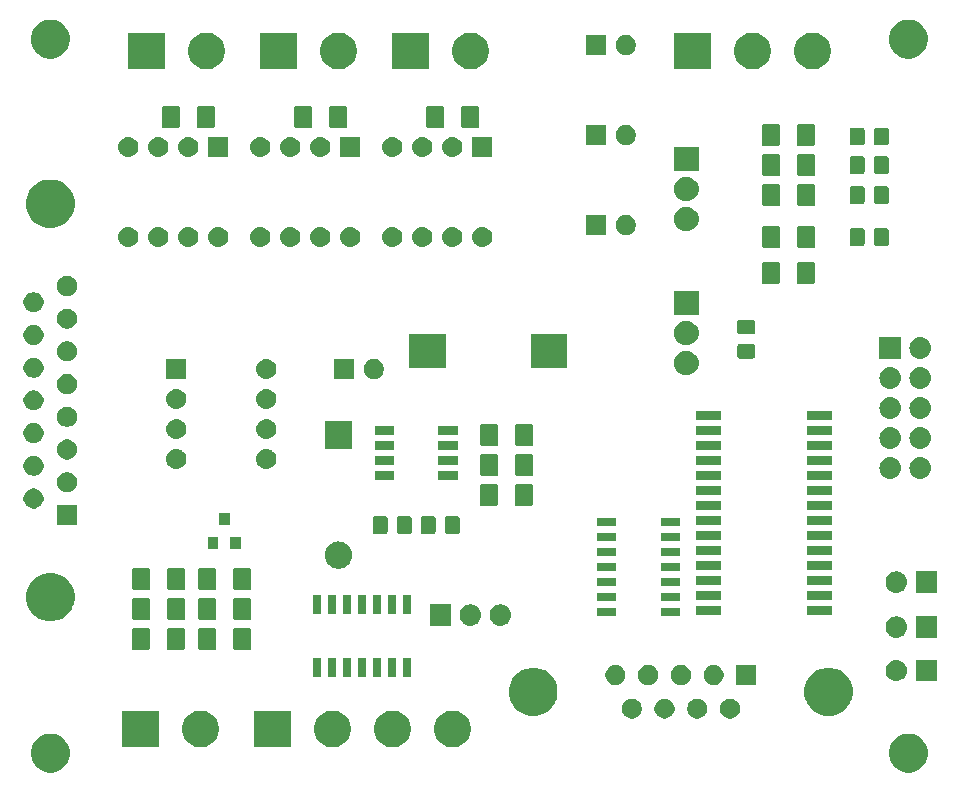
<source format=gbr>
G04 #@! TF.GenerationSoftware,KiCad,Pcbnew,(5.1.0)-1*
G04 #@! TF.CreationDate,2019-04-04T19:18:29+02:00*
G04 #@! TF.ProjectId,YAPSCO,59415053-434f-42e6-9b69-6361645f7063,rev?*
G04 #@! TF.SameCoordinates,PX6a95280PY86ae840*
G04 #@! TF.FileFunction,Soldermask,Top*
G04 #@! TF.FilePolarity,Negative*
%FSLAX46Y46*%
G04 Gerber Fmt 4.6, Leading zero omitted, Abs format (unit mm)*
G04 Created by KiCad (PCBNEW (5.1.0)-1) date 2019-04-04 19:18:29*
%MOMM*%
%LPD*%
G04 APERTURE LIST*
%ADD10C,0.100000*%
G04 APERTURE END LIST*
D10*
G36*
X78099256Y8212702D02*
G01*
X78205579Y8191553D01*
X78506042Y8067097D01*
X78776451Y7886415D01*
X79006415Y7656451D01*
X79187097Y7386042D01*
X79311553Y7085579D01*
X79375000Y6766609D01*
X79375000Y6441391D01*
X79311553Y6122421D01*
X79187097Y5821958D01*
X79006415Y5551549D01*
X78776451Y5321585D01*
X78506042Y5140903D01*
X78205579Y5016447D01*
X78099256Y4995298D01*
X77886611Y4953000D01*
X77561389Y4953000D01*
X77348744Y4995298D01*
X77242421Y5016447D01*
X76941958Y5140903D01*
X76671549Y5321585D01*
X76441585Y5551549D01*
X76260903Y5821958D01*
X76136447Y6122421D01*
X76073000Y6441391D01*
X76073000Y6766609D01*
X76136447Y7085579D01*
X76260903Y7386042D01*
X76441585Y7656451D01*
X76671549Y7886415D01*
X76941958Y8067097D01*
X77242421Y8191553D01*
X77348744Y8212702D01*
X77561389Y8255000D01*
X77886611Y8255000D01*
X78099256Y8212702D01*
X78099256Y8212702D01*
G37*
G36*
X5455256Y8212702D02*
G01*
X5561579Y8191553D01*
X5862042Y8067097D01*
X6132451Y7886415D01*
X6362415Y7656451D01*
X6543097Y7386042D01*
X6667553Y7085579D01*
X6731000Y6766609D01*
X6731000Y6441391D01*
X6667553Y6122421D01*
X6543097Y5821958D01*
X6362415Y5551549D01*
X6132451Y5321585D01*
X5862042Y5140903D01*
X5561579Y5016447D01*
X5455256Y4995298D01*
X5242611Y4953000D01*
X4917389Y4953000D01*
X4704744Y4995298D01*
X4598421Y5016447D01*
X4297958Y5140903D01*
X4027549Y5321585D01*
X3797585Y5551549D01*
X3616903Y5821958D01*
X3492447Y6122421D01*
X3429000Y6441391D01*
X3429000Y6766609D01*
X3492447Y7085579D01*
X3616903Y7386042D01*
X3797585Y7656451D01*
X4027549Y7886415D01*
X4297958Y8067097D01*
X4598421Y8191553D01*
X4704744Y8212702D01*
X4917389Y8255000D01*
X5242611Y8255000D01*
X5455256Y8212702D01*
X5455256Y8212702D01*
G37*
G36*
X18082585Y10157198D02*
G01*
X18232410Y10127396D01*
X18514674Y10010479D01*
X18768705Y9840741D01*
X18984741Y9624705D01*
X19154479Y9370674D01*
X19271396Y9088410D01*
X19331000Y8788760D01*
X19331000Y8483240D01*
X19271396Y8183590D01*
X19154479Y7901326D01*
X18984741Y7647295D01*
X18768705Y7431259D01*
X18514674Y7261521D01*
X18232410Y7144604D01*
X18082585Y7114802D01*
X17932761Y7085000D01*
X17627239Y7085000D01*
X17477415Y7114802D01*
X17327590Y7144604D01*
X17045326Y7261521D01*
X16791295Y7431259D01*
X16575259Y7647295D01*
X16405521Y7901326D01*
X16288604Y8183590D01*
X16229000Y8483240D01*
X16229000Y8788760D01*
X16288604Y9088410D01*
X16405521Y9370674D01*
X16575259Y9624705D01*
X16791295Y9840741D01*
X17045326Y10010479D01*
X17327590Y10127396D01*
X17477415Y10157198D01*
X17627239Y10187000D01*
X17932761Y10187000D01*
X18082585Y10157198D01*
X18082585Y10157198D01*
G37*
G36*
X14251000Y7085000D02*
G01*
X11149000Y7085000D01*
X11149000Y10187000D01*
X14251000Y10187000D01*
X14251000Y7085000D01*
X14251000Y7085000D01*
G37*
G36*
X39418585Y10157198D02*
G01*
X39568410Y10127396D01*
X39850674Y10010479D01*
X40104705Y9840741D01*
X40320741Y9624705D01*
X40490479Y9370674D01*
X40607396Y9088410D01*
X40667000Y8788760D01*
X40667000Y8483240D01*
X40607396Y8183590D01*
X40490479Y7901326D01*
X40320741Y7647295D01*
X40104705Y7431259D01*
X39850674Y7261521D01*
X39568410Y7144604D01*
X39418585Y7114802D01*
X39268761Y7085000D01*
X38963239Y7085000D01*
X38813415Y7114802D01*
X38663590Y7144604D01*
X38381326Y7261521D01*
X38127295Y7431259D01*
X37911259Y7647295D01*
X37741521Y7901326D01*
X37624604Y8183590D01*
X37565000Y8483240D01*
X37565000Y8788760D01*
X37624604Y9088410D01*
X37741521Y9370674D01*
X37911259Y9624705D01*
X38127295Y9840741D01*
X38381326Y10010479D01*
X38663590Y10127396D01*
X38813415Y10157198D01*
X38963239Y10187000D01*
X39268761Y10187000D01*
X39418585Y10157198D01*
X39418585Y10157198D01*
G37*
G36*
X34338585Y10157198D02*
G01*
X34488410Y10127396D01*
X34770674Y10010479D01*
X35024705Y9840741D01*
X35240741Y9624705D01*
X35410479Y9370674D01*
X35527396Y9088410D01*
X35587000Y8788760D01*
X35587000Y8483240D01*
X35527396Y8183590D01*
X35410479Y7901326D01*
X35240741Y7647295D01*
X35024705Y7431259D01*
X34770674Y7261521D01*
X34488410Y7144604D01*
X34338585Y7114802D01*
X34188761Y7085000D01*
X33883239Y7085000D01*
X33733415Y7114802D01*
X33583590Y7144604D01*
X33301326Y7261521D01*
X33047295Y7431259D01*
X32831259Y7647295D01*
X32661521Y7901326D01*
X32544604Y8183590D01*
X32485000Y8483240D01*
X32485000Y8788760D01*
X32544604Y9088410D01*
X32661521Y9370674D01*
X32831259Y9624705D01*
X33047295Y9840741D01*
X33301326Y10010479D01*
X33583590Y10127396D01*
X33733415Y10157198D01*
X33883239Y10187000D01*
X34188761Y10187000D01*
X34338585Y10157198D01*
X34338585Y10157198D01*
G37*
G36*
X29258585Y10157198D02*
G01*
X29408410Y10127396D01*
X29690674Y10010479D01*
X29944705Y9840741D01*
X30160741Y9624705D01*
X30330479Y9370674D01*
X30447396Y9088410D01*
X30507000Y8788760D01*
X30507000Y8483240D01*
X30447396Y8183590D01*
X30330479Y7901326D01*
X30160741Y7647295D01*
X29944705Y7431259D01*
X29690674Y7261521D01*
X29408410Y7144604D01*
X29258585Y7114802D01*
X29108761Y7085000D01*
X28803239Y7085000D01*
X28653415Y7114802D01*
X28503590Y7144604D01*
X28221326Y7261521D01*
X27967295Y7431259D01*
X27751259Y7647295D01*
X27581521Y7901326D01*
X27464604Y8183590D01*
X27405000Y8483240D01*
X27405000Y8788760D01*
X27464604Y9088410D01*
X27581521Y9370674D01*
X27751259Y9624705D01*
X27967295Y9840741D01*
X28221326Y10010479D01*
X28503590Y10127396D01*
X28653415Y10157198D01*
X28803239Y10187000D01*
X29108761Y10187000D01*
X29258585Y10157198D01*
X29258585Y10157198D01*
G37*
G36*
X25427000Y7085000D02*
G01*
X22325000Y7085000D01*
X22325000Y10187000D01*
X25427000Y10187000D01*
X25427000Y7085000D01*
X25427000Y7085000D01*
G37*
G36*
X62871228Y11186297D02*
G01*
X63026100Y11122147D01*
X63165481Y11029015D01*
X63284015Y10910481D01*
X63377147Y10771100D01*
X63441297Y10616228D01*
X63474000Y10451816D01*
X63474000Y10284184D01*
X63441297Y10119772D01*
X63377147Y9964900D01*
X63284015Y9825519D01*
X63165481Y9706985D01*
X63026100Y9613853D01*
X62871228Y9549703D01*
X62706816Y9517000D01*
X62539184Y9517000D01*
X62374772Y9549703D01*
X62219900Y9613853D01*
X62080519Y9706985D01*
X61961985Y9825519D01*
X61868853Y9964900D01*
X61804703Y10119772D01*
X61772000Y10284184D01*
X61772000Y10451816D01*
X61804703Y10616228D01*
X61868853Y10771100D01*
X61961985Y10910481D01*
X62080519Y11029015D01*
X62219900Y11122147D01*
X62374772Y11186297D01*
X62539184Y11219000D01*
X62706816Y11219000D01*
X62871228Y11186297D01*
X62871228Y11186297D01*
G37*
G36*
X60101228Y11186297D02*
G01*
X60256100Y11122147D01*
X60395481Y11029015D01*
X60514015Y10910481D01*
X60607147Y10771100D01*
X60671297Y10616228D01*
X60704000Y10451816D01*
X60704000Y10284184D01*
X60671297Y10119772D01*
X60607147Y9964900D01*
X60514015Y9825519D01*
X60395481Y9706985D01*
X60256100Y9613853D01*
X60101228Y9549703D01*
X59936816Y9517000D01*
X59769184Y9517000D01*
X59604772Y9549703D01*
X59449900Y9613853D01*
X59310519Y9706985D01*
X59191985Y9825519D01*
X59098853Y9964900D01*
X59034703Y10119772D01*
X59002000Y10284184D01*
X59002000Y10451816D01*
X59034703Y10616228D01*
X59098853Y10771100D01*
X59191985Y10910481D01*
X59310519Y11029015D01*
X59449900Y11122147D01*
X59604772Y11186297D01*
X59769184Y11219000D01*
X59936816Y11219000D01*
X60101228Y11186297D01*
X60101228Y11186297D01*
G37*
G36*
X57331228Y11186297D02*
G01*
X57486100Y11122147D01*
X57625481Y11029015D01*
X57744015Y10910481D01*
X57837147Y10771100D01*
X57901297Y10616228D01*
X57934000Y10451816D01*
X57934000Y10284184D01*
X57901297Y10119772D01*
X57837147Y9964900D01*
X57744015Y9825519D01*
X57625481Y9706985D01*
X57486100Y9613853D01*
X57331228Y9549703D01*
X57166816Y9517000D01*
X56999184Y9517000D01*
X56834772Y9549703D01*
X56679900Y9613853D01*
X56540519Y9706985D01*
X56421985Y9825519D01*
X56328853Y9964900D01*
X56264703Y10119772D01*
X56232000Y10284184D01*
X56232000Y10451816D01*
X56264703Y10616228D01*
X56328853Y10771100D01*
X56421985Y10910481D01*
X56540519Y11029015D01*
X56679900Y11122147D01*
X56834772Y11186297D01*
X56999184Y11219000D01*
X57166816Y11219000D01*
X57331228Y11186297D01*
X57331228Y11186297D01*
G37*
G36*
X54561228Y11186297D02*
G01*
X54716100Y11122147D01*
X54855481Y11029015D01*
X54974015Y10910481D01*
X55067147Y10771100D01*
X55131297Y10616228D01*
X55164000Y10451816D01*
X55164000Y10284184D01*
X55131297Y10119772D01*
X55067147Y9964900D01*
X54974015Y9825519D01*
X54855481Y9706985D01*
X54716100Y9613853D01*
X54561228Y9549703D01*
X54396816Y9517000D01*
X54229184Y9517000D01*
X54064772Y9549703D01*
X53909900Y9613853D01*
X53770519Y9706985D01*
X53651985Y9825519D01*
X53558853Y9964900D01*
X53494703Y10119772D01*
X53462000Y10284184D01*
X53462000Y10451816D01*
X53494703Y10616228D01*
X53558853Y10771100D01*
X53651985Y10910481D01*
X53770519Y11029015D01*
X53909900Y11122147D01*
X54064772Y11186297D01*
X54229184Y11219000D01*
X54396816Y11219000D01*
X54561228Y11186297D01*
X54561228Y11186297D01*
G37*
G36*
X46566254Y13760182D02*
G01*
X46926170Y13611100D01*
X46939513Y13605573D01*
X47275436Y13381116D01*
X47561116Y13095436D01*
X47734318Y12836222D01*
X47785574Y12759511D01*
X47940182Y12386254D01*
X48019000Y11990007D01*
X48019000Y11585993D01*
X47940182Y11189746D01*
X47824506Y10910480D01*
X47785573Y10816487D01*
X47561116Y10480564D01*
X47275436Y10194884D01*
X46939513Y9970427D01*
X46939512Y9970426D01*
X46939511Y9970426D01*
X46566254Y9815818D01*
X46170007Y9737000D01*
X45765993Y9737000D01*
X45369746Y9815818D01*
X44996489Y9970426D01*
X44996488Y9970426D01*
X44996487Y9970427D01*
X44660564Y10194884D01*
X44374884Y10480564D01*
X44150427Y10816487D01*
X44111494Y10910480D01*
X43995818Y11189746D01*
X43917000Y11585993D01*
X43917000Y11990007D01*
X43995818Y12386254D01*
X44150426Y12759511D01*
X44201683Y12836222D01*
X44374884Y13095436D01*
X44660564Y13381116D01*
X44996487Y13605573D01*
X45009830Y13611100D01*
X45369746Y13760182D01*
X45765993Y13839000D01*
X46170007Y13839000D01*
X46566254Y13760182D01*
X46566254Y13760182D01*
G37*
G36*
X71566254Y13760182D02*
G01*
X71926170Y13611100D01*
X71939513Y13605573D01*
X72275436Y13381116D01*
X72561116Y13095436D01*
X72734318Y12836222D01*
X72785574Y12759511D01*
X72940182Y12386254D01*
X73019000Y11990007D01*
X73019000Y11585993D01*
X72940182Y11189746D01*
X72824506Y10910480D01*
X72785573Y10816487D01*
X72561116Y10480564D01*
X72275436Y10194884D01*
X71939513Y9970427D01*
X71939512Y9970426D01*
X71939511Y9970426D01*
X71566254Y9815818D01*
X71170007Y9737000D01*
X70765993Y9737000D01*
X70369746Y9815818D01*
X69996489Y9970426D01*
X69996488Y9970426D01*
X69996487Y9970427D01*
X69660564Y10194884D01*
X69374884Y10480564D01*
X69150427Y10816487D01*
X69111494Y10910480D01*
X68995818Y11189746D01*
X68917000Y11585993D01*
X68917000Y11990007D01*
X68995818Y12386254D01*
X69150426Y12759511D01*
X69201683Y12836222D01*
X69374884Y13095436D01*
X69660564Y13381116D01*
X69996487Y13605573D01*
X70009830Y13611100D01*
X70369746Y13760182D01*
X70765993Y13839000D01*
X71170007Y13839000D01*
X71566254Y13760182D01*
X71566254Y13760182D01*
G37*
G36*
X58716228Y14026297D02*
G01*
X58871100Y13962147D01*
X59010481Y13869015D01*
X59129015Y13750481D01*
X59222147Y13611100D01*
X59286297Y13456228D01*
X59319000Y13291816D01*
X59319000Y13124184D01*
X59286297Y12959772D01*
X59222147Y12804900D01*
X59129015Y12665519D01*
X59010481Y12546985D01*
X58871100Y12453853D01*
X58716228Y12389703D01*
X58551816Y12357000D01*
X58384184Y12357000D01*
X58219772Y12389703D01*
X58064900Y12453853D01*
X57925519Y12546985D01*
X57806985Y12665519D01*
X57713853Y12804900D01*
X57649703Y12959772D01*
X57617000Y13124184D01*
X57617000Y13291816D01*
X57649703Y13456228D01*
X57713853Y13611100D01*
X57806985Y13750481D01*
X57925519Y13869015D01*
X58064900Y13962147D01*
X58219772Y14026297D01*
X58384184Y14059000D01*
X58551816Y14059000D01*
X58716228Y14026297D01*
X58716228Y14026297D01*
G37*
G36*
X53176228Y14026297D02*
G01*
X53331100Y13962147D01*
X53470481Y13869015D01*
X53589015Y13750481D01*
X53682147Y13611100D01*
X53746297Y13456228D01*
X53779000Y13291816D01*
X53779000Y13124184D01*
X53746297Y12959772D01*
X53682147Y12804900D01*
X53589015Y12665519D01*
X53470481Y12546985D01*
X53331100Y12453853D01*
X53176228Y12389703D01*
X53011816Y12357000D01*
X52844184Y12357000D01*
X52679772Y12389703D01*
X52524900Y12453853D01*
X52385519Y12546985D01*
X52266985Y12665519D01*
X52173853Y12804900D01*
X52109703Y12959772D01*
X52077000Y13124184D01*
X52077000Y13291816D01*
X52109703Y13456228D01*
X52173853Y13611100D01*
X52266985Y13750481D01*
X52385519Y13869015D01*
X52524900Y13962147D01*
X52679772Y14026297D01*
X52844184Y14059000D01*
X53011816Y14059000D01*
X53176228Y14026297D01*
X53176228Y14026297D01*
G37*
G36*
X55946228Y14026297D02*
G01*
X56101100Y13962147D01*
X56240481Y13869015D01*
X56359015Y13750481D01*
X56452147Y13611100D01*
X56516297Y13456228D01*
X56549000Y13291816D01*
X56549000Y13124184D01*
X56516297Y12959772D01*
X56452147Y12804900D01*
X56359015Y12665519D01*
X56240481Y12546985D01*
X56101100Y12453853D01*
X55946228Y12389703D01*
X55781816Y12357000D01*
X55614184Y12357000D01*
X55449772Y12389703D01*
X55294900Y12453853D01*
X55155519Y12546985D01*
X55036985Y12665519D01*
X54943853Y12804900D01*
X54879703Y12959772D01*
X54847000Y13124184D01*
X54847000Y13291816D01*
X54879703Y13456228D01*
X54943853Y13611100D01*
X55036985Y13750481D01*
X55155519Y13869015D01*
X55294900Y13962147D01*
X55449772Y14026297D01*
X55614184Y14059000D01*
X55781816Y14059000D01*
X55946228Y14026297D01*
X55946228Y14026297D01*
G37*
G36*
X61486228Y14026297D02*
G01*
X61641100Y13962147D01*
X61780481Y13869015D01*
X61899015Y13750481D01*
X61992147Y13611100D01*
X62056297Y13456228D01*
X62089000Y13291816D01*
X62089000Y13124184D01*
X62056297Y12959772D01*
X61992147Y12804900D01*
X61899015Y12665519D01*
X61780481Y12546985D01*
X61641100Y12453853D01*
X61486228Y12389703D01*
X61321816Y12357000D01*
X61154184Y12357000D01*
X60989772Y12389703D01*
X60834900Y12453853D01*
X60695519Y12546985D01*
X60576985Y12665519D01*
X60483853Y12804900D01*
X60419703Y12959772D01*
X60387000Y13124184D01*
X60387000Y13291816D01*
X60419703Y13456228D01*
X60483853Y13611100D01*
X60576985Y13750481D01*
X60695519Y13869015D01*
X60834900Y13962147D01*
X60989772Y14026297D01*
X61154184Y14059000D01*
X61321816Y14059000D01*
X61486228Y14026297D01*
X61486228Y14026297D01*
G37*
G36*
X64859000Y12357000D02*
G01*
X63157000Y12357000D01*
X63157000Y14059000D01*
X64859000Y14059000D01*
X64859000Y12357000D01*
X64859000Y12357000D01*
G37*
G36*
X80149000Y12688000D02*
G01*
X78347000Y12688000D01*
X78347000Y14490000D01*
X80149000Y14490000D01*
X80149000Y12688000D01*
X80149000Y12688000D01*
G37*
G36*
X76818442Y14483482D02*
G01*
X76884627Y14476963D01*
X77054466Y14425443D01*
X77210991Y14341778D01*
X77246729Y14312448D01*
X77348186Y14229186D01*
X77431448Y14127729D01*
X77460778Y14091991D01*
X77544443Y13935466D01*
X77595963Y13765627D01*
X77613359Y13589000D01*
X77595963Y13412373D01*
X77544443Y13242534D01*
X77460778Y13086009D01*
X77431448Y13050271D01*
X77348186Y12948814D01*
X77246729Y12865552D01*
X77210991Y12836222D01*
X77054466Y12752557D01*
X76884627Y12701037D01*
X76818443Y12694519D01*
X76752260Y12688000D01*
X76663740Y12688000D01*
X76597557Y12694519D01*
X76531373Y12701037D01*
X76361534Y12752557D01*
X76205009Y12836222D01*
X76169271Y12865552D01*
X76067814Y12948814D01*
X75984552Y13050271D01*
X75955222Y13086009D01*
X75871557Y13242534D01*
X75820037Y13412373D01*
X75802641Y13589000D01*
X75820037Y13765627D01*
X75871557Y13935466D01*
X75955222Y14091991D01*
X75984552Y14127729D01*
X76067814Y14229186D01*
X76169271Y14312448D01*
X76205009Y14341778D01*
X76361534Y14425443D01*
X76531373Y14476963D01*
X76597558Y14483482D01*
X76663740Y14490000D01*
X76752260Y14490000D01*
X76818442Y14483482D01*
X76818442Y14483482D01*
G37*
G36*
X35657000Y13009000D02*
G01*
X34955000Y13009000D01*
X34955000Y14611000D01*
X35657000Y14611000D01*
X35657000Y13009000D01*
X35657000Y13009000D01*
G37*
G36*
X28037000Y13009000D02*
G01*
X27335000Y13009000D01*
X27335000Y14611000D01*
X28037000Y14611000D01*
X28037000Y13009000D01*
X28037000Y13009000D01*
G37*
G36*
X29307000Y13009000D02*
G01*
X28605000Y13009000D01*
X28605000Y14611000D01*
X29307000Y14611000D01*
X29307000Y13009000D01*
X29307000Y13009000D01*
G37*
G36*
X30577000Y13009000D02*
G01*
X29875000Y13009000D01*
X29875000Y14611000D01*
X30577000Y14611000D01*
X30577000Y13009000D01*
X30577000Y13009000D01*
G37*
G36*
X31847000Y13009000D02*
G01*
X31145000Y13009000D01*
X31145000Y14611000D01*
X31847000Y14611000D01*
X31847000Y13009000D01*
X31847000Y13009000D01*
G37*
G36*
X33117000Y13009000D02*
G01*
X32415000Y13009000D01*
X32415000Y14611000D01*
X33117000Y14611000D01*
X33117000Y13009000D01*
X33117000Y13009000D01*
G37*
G36*
X34387000Y13009000D02*
G01*
X33685000Y13009000D01*
X33685000Y14611000D01*
X34387000Y14611000D01*
X34387000Y13009000D01*
X34387000Y13009000D01*
G37*
G36*
X13349562Y17177819D02*
G01*
X13384481Y17167226D01*
X13416663Y17150024D01*
X13444873Y17126873D01*
X13468024Y17098663D01*
X13485226Y17066481D01*
X13495819Y17031562D01*
X13500000Y16989105D01*
X13500000Y15522895D01*
X13495819Y15480438D01*
X13485226Y15445519D01*
X13468024Y15413337D01*
X13444873Y15385127D01*
X13416663Y15361976D01*
X13384481Y15344774D01*
X13349562Y15334181D01*
X13307105Y15330000D01*
X12165895Y15330000D01*
X12123438Y15334181D01*
X12088519Y15344774D01*
X12056337Y15361976D01*
X12028127Y15385127D01*
X12004976Y15413337D01*
X11987774Y15445519D01*
X11977181Y15480438D01*
X11973000Y15522895D01*
X11973000Y16989105D01*
X11977181Y17031562D01*
X11987774Y17066481D01*
X12004976Y17098663D01*
X12028127Y17126873D01*
X12056337Y17150024D01*
X12088519Y17167226D01*
X12123438Y17177819D01*
X12165895Y17182000D01*
X13307105Y17182000D01*
X13349562Y17177819D01*
X13349562Y17177819D01*
G37*
G36*
X16324562Y17177819D02*
G01*
X16359481Y17167226D01*
X16391663Y17150024D01*
X16419873Y17126873D01*
X16443024Y17098663D01*
X16460226Y17066481D01*
X16470819Y17031562D01*
X16475000Y16989105D01*
X16475000Y15522895D01*
X16470819Y15480438D01*
X16460226Y15445519D01*
X16443024Y15413337D01*
X16419873Y15385127D01*
X16391663Y15361976D01*
X16359481Y15344774D01*
X16324562Y15334181D01*
X16282105Y15330000D01*
X15140895Y15330000D01*
X15098438Y15334181D01*
X15063519Y15344774D01*
X15031337Y15361976D01*
X15003127Y15385127D01*
X14979976Y15413337D01*
X14962774Y15445519D01*
X14952181Y15480438D01*
X14948000Y15522895D01*
X14948000Y16989105D01*
X14952181Y17031562D01*
X14962774Y17066481D01*
X14979976Y17098663D01*
X15003127Y17126873D01*
X15031337Y17150024D01*
X15063519Y17167226D01*
X15098438Y17177819D01*
X15140895Y17182000D01*
X16282105Y17182000D01*
X16324562Y17177819D01*
X16324562Y17177819D01*
G37*
G36*
X18974062Y17177819D02*
G01*
X19008981Y17167226D01*
X19041163Y17150024D01*
X19069373Y17126873D01*
X19092524Y17098663D01*
X19109726Y17066481D01*
X19120319Y17031562D01*
X19124500Y16989105D01*
X19124500Y15522895D01*
X19120319Y15480438D01*
X19109726Y15445519D01*
X19092524Y15413337D01*
X19069373Y15385127D01*
X19041163Y15361976D01*
X19008981Y15344774D01*
X18974062Y15334181D01*
X18931605Y15330000D01*
X17790395Y15330000D01*
X17747938Y15334181D01*
X17713019Y15344774D01*
X17680837Y15361976D01*
X17652627Y15385127D01*
X17629476Y15413337D01*
X17612274Y15445519D01*
X17601681Y15480438D01*
X17597500Y15522895D01*
X17597500Y16989105D01*
X17601681Y17031562D01*
X17612274Y17066481D01*
X17629476Y17098663D01*
X17652627Y17126873D01*
X17680837Y17150024D01*
X17713019Y17167226D01*
X17747938Y17177819D01*
X17790395Y17182000D01*
X18931605Y17182000D01*
X18974062Y17177819D01*
X18974062Y17177819D01*
G37*
G36*
X21949062Y17177819D02*
G01*
X21983981Y17167226D01*
X22016163Y17150024D01*
X22044373Y17126873D01*
X22067524Y17098663D01*
X22084726Y17066481D01*
X22095319Y17031562D01*
X22099500Y16989105D01*
X22099500Y15522895D01*
X22095319Y15480438D01*
X22084726Y15445519D01*
X22067524Y15413337D01*
X22044373Y15385127D01*
X22016163Y15361976D01*
X21983981Y15344774D01*
X21949062Y15334181D01*
X21906605Y15330000D01*
X20765395Y15330000D01*
X20722938Y15334181D01*
X20688019Y15344774D01*
X20655837Y15361976D01*
X20627627Y15385127D01*
X20604476Y15413337D01*
X20587274Y15445519D01*
X20576681Y15480438D01*
X20572500Y15522895D01*
X20572500Y16989105D01*
X20576681Y17031562D01*
X20587274Y17066481D01*
X20604476Y17098663D01*
X20627627Y17126873D01*
X20655837Y17150024D01*
X20688019Y17167226D01*
X20722938Y17177819D01*
X20765395Y17182000D01*
X21906605Y17182000D01*
X21949062Y17177819D01*
X21949062Y17177819D01*
G37*
G36*
X80149000Y16371000D02*
G01*
X78347000Y16371000D01*
X78347000Y18173000D01*
X80149000Y18173000D01*
X80149000Y16371000D01*
X80149000Y16371000D01*
G37*
G36*
X76818442Y18166482D02*
G01*
X76884627Y18159963D01*
X77054466Y18108443D01*
X77210991Y18024778D01*
X77216279Y18020438D01*
X77348186Y17912186D01*
X77431448Y17810729D01*
X77460778Y17774991D01*
X77544443Y17618466D01*
X77595963Y17448627D01*
X77613359Y17272000D01*
X77595963Y17095373D01*
X77544443Y16925534D01*
X77460778Y16769009D01*
X77431448Y16733271D01*
X77348186Y16631814D01*
X77246729Y16548552D01*
X77210991Y16519222D01*
X77054466Y16435557D01*
X76884627Y16384037D01*
X76818442Y16377518D01*
X76752260Y16371000D01*
X76663740Y16371000D01*
X76597558Y16377518D01*
X76531373Y16384037D01*
X76361534Y16435557D01*
X76205009Y16519222D01*
X76169271Y16548552D01*
X76067814Y16631814D01*
X75984552Y16733271D01*
X75955222Y16769009D01*
X75871557Y16925534D01*
X75820037Y17095373D01*
X75802641Y17272000D01*
X75820037Y17448627D01*
X75871557Y17618466D01*
X75955222Y17774991D01*
X75984552Y17810729D01*
X76067814Y17912186D01*
X76199721Y18020438D01*
X76205009Y18024778D01*
X76361534Y18108443D01*
X76531373Y18159963D01*
X76597558Y18166482D01*
X76663740Y18173000D01*
X76752260Y18173000D01*
X76818442Y18166482D01*
X76818442Y18166482D01*
G37*
G36*
X43290442Y19182482D02*
G01*
X43356627Y19175963D01*
X43526466Y19124443D01*
X43682991Y19040778D01*
X43708309Y19020000D01*
X43820186Y18928186D01*
X43903448Y18826729D01*
X43932778Y18790991D01*
X44016443Y18634466D01*
X44067963Y18464627D01*
X44085359Y18288000D01*
X44067963Y18111373D01*
X44016443Y17941534D01*
X43932778Y17785009D01*
X43913074Y17761000D01*
X43820186Y17647814D01*
X43718729Y17564552D01*
X43682991Y17535222D01*
X43526466Y17451557D01*
X43356627Y17400037D01*
X43290443Y17393519D01*
X43224260Y17387000D01*
X43135740Y17387000D01*
X43069557Y17393519D01*
X43003373Y17400037D01*
X42833534Y17451557D01*
X42677009Y17535222D01*
X42641271Y17564552D01*
X42539814Y17647814D01*
X42446926Y17761000D01*
X42427222Y17785009D01*
X42343557Y17941534D01*
X42292037Y18111373D01*
X42274641Y18288000D01*
X42292037Y18464627D01*
X42343557Y18634466D01*
X42427222Y18790991D01*
X42456552Y18826729D01*
X42539814Y18928186D01*
X42651691Y19020000D01*
X42677009Y19040778D01*
X42833534Y19124443D01*
X43003373Y19175963D01*
X43069558Y19182482D01*
X43135740Y19189000D01*
X43224260Y19189000D01*
X43290442Y19182482D01*
X43290442Y19182482D01*
G37*
G36*
X40750442Y19182482D02*
G01*
X40816627Y19175963D01*
X40986466Y19124443D01*
X41142991Y19040778D01*
X41168309Y19020000D01*
X41280186Y18928186D01*
X41363448Y18826729D01*
X41392778Y18790991D01*
X41476443Y18634466D01*
X41527963Y18464627D01*
X41545359Y18288000D01*
X41527963Y18111373D01*
X41476443Y17941534D01*
X41392778Y17785009D01*
X41373074Y17761000D01*
X41280186Y17647814D01*
X41178729Y17564552D01*
X41142991Y17535222D01*
X40986466Y17451557D01*
X40816627Y17400037D01*
X40750443Y17393519D01*
X40684260Y17387000D01*
X40595740Y17387000D01*
X40529557Y17393519D01*
X40463373Y17400037D01*
X40293534Y17451557D01*
X40137009Y17535222D01*
X40101271Y17564552D01*
X39999814Y17647814D01*
X39906926Y17761000D01*
X39887222Y17785009D01*
X39803557Y17941534D01*
X39752037Y18111373D01*
X39734641Y18288000D01*
X39752037Y18464627D01*
X39803557Y18634466D01*
X39887222Y18790991D01*
X39916552Y18826729D01*
X39999814Y18928186D01*
X40111691Y19020000D01*
X40137009Y19040778D01*
X40293534Y19124443D01*
X40463373Y19175963D01*
X40529558Y19182482D01*
X40595740Y19189000D01*
X40684260Y19189000D01*
X40750442Y19182482D01*
X40750442Y19182482D01*
G37*
G36*
X39001000Y17387000D02*
G01*
X37199000Y17387000D01*
X37199000Y19189000D01*
X39001000Y19189000D01*
X39001000Y17387000D01*
X39001000Y17387000D01*
G37*
G36*
X5678254Y21784182D02*
G01*
X6051511Y21629574D01*
X6051513Y21629573D01*
X6387436Y21405116D01*
X6673116Y21119436D01*
X6816149Y20905373D01*
X6897574Y20783511D01*
X7052182Y20410254D01*
X7131000Y20014007D01*
X7131000Y19609993D01*
X7052182Y19213746D01*
X6933899Y18928186D01*
X6897573Y18840487D01*
X6673116Y18504564D01*
X6387436Y18218884D01*
X6051513Y17994427D01*
X6051512Y17994426D01*
X6051511Y17994426D01*
X5678254Y17839818D01*
X5282007Y17761000D01*
X4877993Y17761000D01*
X4481746Y17839818D01*
X4108489Y17994426D01*
X4108488Y17994426D01*
X4108487Y17994427D01*
X3772564Y18218884D01*
X3486884Y18504564D01*
X3262427Y18840487D01*
X3226101Y18928186D01*
X3107818Y19213746D01*
X3029000Y19609993D01*
X3029000Y20014007D01*
X3107818Y20410254D01*
X3262426Y20783511D01*
X3343852Y20905373D01*
X3486884Y21119436D01*
X3772564Y21405116D01*
X4108487Y21629573D01*
X4108489Y21629574D01*
X4481746Y21784182D01*
X4877993Y21863000D01*
X5282007Y21863000D01*
X5678254Y21784182D01*
X5678254Y21784182D01*
G37*
G36*
X13386062Y19717819D02*
G01*
X13420981Y19707226D01*
X13453163Y19690024D01*
X13481373Y19666873D01*
X13504524Y19638663D01*
X13521726Y19606481D01*
X13532319Y19571562D01*
X13536500Y19529105D01*
X13536500Y18062895D01*
X13532319Y18020438D01*
X13521726Y17985519D01*
X13504524Y17953337D01*
X13481373Y17925127D01*
X13453163Y17901976D01*
X13420981Y17884774D01*
X13386062Y17874181D01*
X13343605Y17870000D01*
X12202395Y17870000D01*
X12159938Y17874181D01*
X12125019Y17884774D01*
X12092837Y17901976D01*
X12064627Y17925127D01*
X12041476Y17953337D01*
X12024274Y17985519D01*
X12013681Y18020438D01*
X12009500Y18062895D01*
X12009500Y19529105D01*
X12013681Y19571562D01*
X12024274Y19606481D01*
X12041476Y19638663D01*
X12064627Y19666873D01*
X12092837Y19690024D01*
X12125019Y19707226D01*
X12159938Y19717819D01*
X12202395Y19722000D01*
X13343605Y19722000D01*
X13386062Y19717819D01*
X13386062Y19717819D01*
G37*
G36*
X21949062Y19717819D02*
G01*
X21983981Y19707226D01*
X22016163Y19690024D01*
X22044373Y19666873D01*
X22067524Y19638663D01*
X22084726Y19606481D01*
X22095319Y19571562D01*
X22099500Y19529105D01*
X22099500Y18062895D01*
X22095319Y18020438D01*
X22084726Y17985519D01*
X22067524Y17953337D01*
X22044373Y17925127D01*
X22016163Y17901976D01*
X21983981Y17884774D01*
X21949062Y17874181D01*
X21906605Y17870000D01*
X20765395Y17870000D01*
X20722938Y17874181D01*
X20688019Y17884774D01*
X20655837Y17901976D01*
X20627627Y17925127D01*
X20604476Y17953337D01*
X20587274Y17985519D01*
X20576681Y18020438D01*
X20572500Y18062895D01*
X20572500Y19529105D01*
X20576681Y19571562D01*
X20587274Y19606481D01*
X20604476Y19638663D01*
X20627627Y19666873D01*
X20655837Y19690024D01*
X20688019Y19707226D01*
X20722938Y19717819D01*
X20765395Y19722000D01*
X21906605Y19722000D01*
X21949062Y19717819D01*
X21949062Y19717819D01*
G37*
G36*
X18974062Y19717819D02*
G01*
X19008981Y19707226D01*
X19041163Y19690024D01*
X19069373Y19666873D01*
X19092524Y19638663D01*
X19109726Y19606481D01*
X19120319Y19571562D01*
X19124500Y19529105D01*
X19124500Y18062895D01*
X19120319Y18020438D01*
X19109726Y17985519D01*
X19092524Y17953337D01*
X19069373Y17925127D01*
X19041163Y17901976D01*
X19008981Y17884774D01*
X18974062Y17874181D01*
X18931605Y17870000D01*
X17790395Y17870000D01*
X17747938Y17874181D01*
X17713019Y17884774D01*
X17680837Y17901976D01*
X17652627Y17925127D01*
X17629476Y17953337D01*
X17612274Y17985519D01*
X17601681Y18020438D01*
X17597500Y18062895D01*
X17597500Y19529105D01*
X17601681Y19571562D01*
X17612274Y19606481D01*
X17629476Y19638663D01*
X17652627Y19666873D01*
X17680837Y19690024D01*
X17713019Y19707226D01*
X17747938Y19717819D01*
X17790395Y19722000D01*
X18931605Y19722000D01*
X18974062Y19717819D01*
X18974062Y19717819D01*
G37*
G36*
X16361062Y19717819D02*
G01*
X16395981Y19707226D01*
X16428163Y19690024D01*
X16456373Y19666873D01*
X16479524Y19638663D01*
X16496726Y19606481D01*
X16507319Y19571562D01*
X16511500Y19529105D01*
X16511500Y18062895D01*
X16507319Y18020438D01*
X16496726Y17985519D01*
X16479524Y17953337D01*
X16456373Y17925127D01*
X16428163Y17901976D01*
X16395981Y17884774D01*
X16361062Y17874181D01*
X16318605Y17870000D01*
X15177395Y17870000D01*
X15134938Y17874181D01*
X15100019Y17884774D01*
X15067837Y17901976D01*
X15039627Y17925127D01*
X15016476Y17953337D01*
X14999274Y17985519D01*
X14988681Y18020438D01*
X14984500Y18062895D01*
X14984500Y19529105D01*
X14988681Y19571562D01*
X14999274Y19606481D01*
X15016476Y19638663D01*
X15039627Y19666873D01*
X15067837Y19690024D01*
X15100019Y19707226D01*
X15134938Y19717819D01*
X15177395Y19722000D01*
X16318605Y19722000D01*
X16361062Y19717819D01*
X16361062Y19717819D01*
G37*
G36*
X52965000Y18191000D02*
G01*
X51363000Y18191000D01*
X51363000Y18893000D01*
X52965000Y18893000D01*
X52965000Y18191000D01*
X52965000Y18191000D01*
G37*
G36*
X58365000Y18191000D02*
G01*
X56763000Y18191000D01*
X56763000Y18893000D01*
X58365000Y18893000D01*
X58365000Y18191000D01*
X58365000Y18191000D01*
G37*
G36*
X71283000Y18318000D02*
G01*
X69181000Y18318000D01*
X69181000Y19020000D01*
X71283000Y19020000D01*
X71283000Y18318000D01*
X71283000Y18318000D01*
G37*
G36*
X61883000Y18318000D02*
G01*
X59781000Y18318000D01*
X59781000Y19020000D01*
X61883000Y19020000D01*
X61883000Y18318000D01*
X61883000Y18318000D01*
G37*
G36*
X35657000Y18409000D02*
G01*
X34955000Y18409000D01*
X34955000Y20011000D01*
X35657000Y20011000D01*
X35657000Y18409000D01*
X35657000Y18409000D01*
G37*
G36*
X28037000Y18409000D02*
G01*
X27335000Y18409000D01*
X27335000Y20011000D01*
X28037000Y20011000D01*
X28037000Y18409000D01*
X28037000Y18409000D01*
G37*
G36*
X29307000Y18409000D02*
G01*
X28605000Y18409000D01*
X28605000Y20011000D01*
X29307000Y20011000D01*
X29307000Y18409000D01*
X29307000Y18409000D01*
G37*
G36*
X30577000Y18409000D02*
G01*
X29875000Y18409000D01*
X29875000Y20011000D01*
X30577000Y20011000D01*
X30577000Y18409000D01*
X30577000Y18409000D01*
G37*
G36*
X31847000Y18409000D02*
G01*
X31145000Y18409000D01*
X31145000Y20011000D01*
X31847000Y20011000D01*
X31847000Y18409000D01*
X31847000Y18409000D01*
G37*
G36*
X33117000Y18409000D02*
G01*
X32415000Y18409000D01*
X32415000Y20011000D01*
X33117000Y20011000D01*
X33117000Y18409000D01*
X33117000Y18409000D01*
G37*
G36*
X34387000Y18409000D02*
G01*
X33685000Y18409000D01*
X33685000Y20011000D01*
X34387000Y20011000D01*
X34387000Y18409000D01*
X34387000Y18409000D01*
G37*
G36*
X58365000Y19461000D02*
G01*
X56763000Y19461000D01*
X56763000Y20163000D01*
X58365000Y20163000D01*
X58365000Y19461000D01*
X58365000Y19461000D01*
G37*
G36*
X52965000Y19461000D02*
G01*
X51363000Y19461000D01*
X51363000Y20163000D01*
X52965000Y20163000D01*
X52965000Y19461000D01*
X52965000Y19461000D01*
G37*
G36*
X71283000Y19588000D02*
G01*
X69181000Y19588000D01*
X69181000Y20290000D01*
X71283000Y20290000D01*
X71283000Y19588000D01*
X71283000Y19588000D01*
G37*
G36*
X61883000Y19588000D02*
G01*
X59781000Y19588000D01*
X59781000Y20290000D01*
X61883000Y20290000D01*
X61883000Y19588000D01*
X61883000Y19588000D01*
G37*
G36*
X80149000Y20181000D02*
G01*
X78347000Y20181000D01*
X78347000Y21983000D01*
X80149000Y21983000D01*
X80149000Y20181000D01*
X80149000Y20181000D01*
G37*
G36*
X76818443Y21976481D02*
G01*
X76884627Y21969963D01*
X77054466Y21918443D01*
X77210991Y21834778D01*
X77246729Y21805448D01*
X77348186Y21722186D01*
X77424190Y21629573D01*
X77460778Y21584991D01*
X77544443Y21428466D01*
X77595963Y21258627D01*
X77613359Y21082000D01*
X77595963Y20905373D01*
X77544443Y20735534D01*
X77460778Y20579009D01*
X77457796Y20575376D01*
X77348186Y20441814D01*
X77246729Y20358552D01*
X77210991Y20329222D01*
X77054466Y20245557D01*
X76884627Y20194037D01*
X76818442Y20187518D01*
X76752260Y20181000D01*
X76663740Y20181000D01*
X76597558Y20187518D01*
X76531373Y20194037D01*
X76361534Y20245557D01*
X76205009Y20329222D01*
X76169271Y20358552D01*
X76067814Y20441814D01*
X75958204Y20575376D01*
X75955222Y20579009D01*
X75871557Y20735534D01*
X75820037Y20905373D01*
X75802641Y21082000D01*
X75820037Y21258627D01*
X75871557Y21428466D01*
X75955222Y21584991D01*
X75991810Y21629573D01*
X76067814Y21722186D01*
X76169271Y21805448D01*
X76205009Y21834778D01*
X76361534Y21918443D01*
X76531373Y21969963D01*
X76597557Y21976481D01*
X76663740Y21983000D01*
X76752260Y21983000D01*
X76818443Y21976481D01*
X76818443Y21976481D01*
G37*
G36*
X21949062Y22257819D02*
G01*
X21983981Y22247226D01*
X22016163Y22230024D01*
X22044373Y22206873D01*
X22067524Y22178663D01*
X22084726Y22146481D01*
X22095319Y22111562D01*
X22099500Y22069105D01*
X22099500Y20602895D01*
X22095319Y20560438D01*
X22084726Y20525519D01*
X22067524Y20493337D01*
X22044373Y20465127D01*
X22016163Y20441976D01*
X21983981Y20424774D01*
X21949062Y20414181D01*
X21906605Y20410000D01*
X20765395Y20410000D01*
X20722938Y20414181D01*
X20688019Y20424774D01*
X20655837Y20441976D01*
X20627627Y20465127D01*
X20604476Y20493337D01*
X20587274Y20525519D01*
X20576681Y20560438D01*
X20572500Y20602895D01*
X20572500Y22069105D01*
X20576681Y22111562D01*
X20587274Y22146481D01*
X20604476Y22178663D01*
X20627627Y22206873D01*
X20655837Y22230024D01*
X20688019Y22247226D01*
X20722938Y22257819D01*
X20765395Y22262000D01*
X21906605Y22262000D01*
X21949062Y22257819D01*
X21949062Y22257819D01*
G37*
G36*
X16361062Y22257819D02*
G01*
X16395981Y22247226D01*
X16428163Y22230024D01*
X16456373Y22206873D01*
X16479524Y22178663D01*
X16496726Y22146481D01*
X16507319Y22111562D01*
X16511500Y22069105D01*
X16511500Y20602895D01*
X16507319Y20560438D01*
X16496726Y20525519D01*
X16479524Y20493337D01*
X16456373Y20465127D01*
X16428163Y20441976D01*
X16395981Y20424774D01*
X16361062Y20414181D01*
X16318605Y20410000D01*
X15177395Y20410000D01*
X15134938Y20414181D01*
X15100019Y20424774D01*
X15067837Y20441976D01*
X15039627Y20465127D01*
X15016476Y20493337D01*
X14999274Y20525519D01*
X14988681Y20560438D01*
X14984500Y20602895D01*
X14984500Y22069105D01*
X14988681Y22111562D01*
X14999274Y22146481D01*
X15016476Y22178663D01*
X15039627Y22206873D01*
X15067837Y22230024D01*
X15100019Y22247226D01*
X15134938Y22257819D01*
X15177395Y22262000D01*
X16318605Y22262000D01*
X16361062Y22257819D01*
X16361062Y22257819D01*
G37*
G36*
X18974062Y22257819D02*
G01*
X19008981Y22247226D01*
X19041163Y22230024D01*
X19069373Y22206873D01*
X19092524Y22178663D01*
X19109726Y22146481D01*
X19120319Y22111562D01*
X19124500Y22069105D01*
X19124500Y20602895D01*
X19120319Y20560438D01*
X19109726Y20525519D01*
X19092524Y20493337D01*
X19069373Y20465127D01*
X19041163Y20441976D01*
X19008981Y20424774D01*
X18974062Y20414181D01*
X18931605Y20410000D01*
X17790395Y20410000D01*
X17747938Y20414181D01*
X17713019Y20424774D01*
X17680837Y20441976D01*
X17652627Y20465127D01*
X17629476Y20493337D01*
X17612274Y20525519D01*
X17601681Y20560438D01*
X17597500Y20602895D01*
X17597500Y22069105D01*
X17601681Y22111562D01*
X17612274Y22146481D01*
X17629476Y22178663D01*
X17652627Y22206873D01*
X17680837Y22230024D01*
X17713019Y22247226D01*
X17747938Y22257819D01*
X17790395Y22262000D01*
X18931605Y22262000D01*
X18974062Y22257819D01*
X18974062Y22257819D01*
G37*
G36*
X13386062Y22257819D02*
G01*
X13420981Y22247226D01*
X13453163Y22230024D01*
X13481373Y22206873D01*
X13504524Y22178663D01*
X13521726Y22146481D01*
X13532319Y22111562D01*
X13536500Y22069105D01*
X13536500Y20602895D01*
X13532319Y20560438D01*
X13521726Y20525519D01*
X13504524Y20493337D01*
X13481373Y20465127D01*
X13453163Y20441976D01*
X13420981Y20424774D01*
X13386062Y20414181D01*
X13343605Y20410000D01*
X12202395Y20410000D01*
X12159938Y20414181D01*
X12125019Y20424774D01*
X12092837Y20441976D01*
X12064627Y20465127D01*
X12041476Y20493337D01*
X12024274Y20525519D01*
X12013681Y20560438D01*
X12009500Y20602895D01*
X12009500Y22069105D01*
X12013681Y22111562D01*
X12024274Y22146481D01*
X12041476Y22178663D01*
X12064627Y22206873D01*
X12092837Y22230024D01*
X12125019Y22247226D01*
X12159938Y22257819D01*
X12202395Y22262000D01*
X13343605Y22262000D01*
X13386062Y22257819D01*
X13386062Y22257819D01*
G37*
G36*
X52965000Y20731000D02*
G01*
X51363000Y20731000D01*
X51363000Y21433000D01*
X52965000Y21433000D01*
X52965000Y20731000D01*
X52965000Y20731000D01*
G37*
G36*
X58365000Y20731000D02*
G01*
X56763000Y20731000D01*
X56763000Y21433000D01*
X58365000Y21433000D01*
X58365000Y20731000D01*
X58365000Y20731000D01*
G37*
G36*
X71283000Y20858000D02*
G01*
X69181000Y20858000D01*
X69181000Y21560000D01*
X71283000Y21560000D01*
X71283000Y20858000D01*
X71283000Y20858000D01*
G37*
G36*
X61883000Y20858000D02*
G01*
X59781000Y20858000D01*
X59781000Y21560000D01*
X61883000Y21560000D01*
X61883000Y20858000D01*
X61883000Y20858000D01*
G37*
G36*
X52965000Y22001000D02*
G01*
X51363000Y22001000D01*
X51363000Y22703000D01*
X52965000Y22703000D01*
X52965000Y22001000D01*
X52965000Y22001000D01*
G37*
G36*
X58365000Y22001000D02*
G01*
X56763000Y22001000D01*
X56763000Y22703000D01*
X58365000Y22703000D01*
X58365000Y22001000D01*
X58365000Y22001000D01*
G37*
G36*
X71283000Y22128000D02*
G01*
X69181000Y22128000D01*
X69181000Y22830000D01*
X71283000Y22830000D01*
X71283000Y22128000D01*
X71283000Y22128000D01*
G37*
G36*
X61883000Y22128000D02*
G01*
X59781000Y22128000D01*
X59781000Y22830000D01*
X61883000Y22830000D01*
X61883000Y22128000D01*
X61883000Y22128000D01*
G37*
G36*
X29633271Y24507897D02*
G01*
X29689635Y24502346D01*
X29906600Y24436530D01*
X29906602Y24436529D01*
X30106555Y24329653D01*
X30281818Y24185818D01*
X30425653Y24010555D01*
X30532529Y23810602D01*
X30598346Y23593634D01*
X30620569Y23368000D01*
X30598346Y23142366D01*
X30532529Y22925398D01*
X30425653Y22725445D01*
X30281818Y22550182D01*
X30106555Y22406347D01*
X29906602Y22299471D01*
X29906600Y22299470D01*
X29689635Y22233654D01*
X29633271Y22228103D01*
X29520545Y22217000D01*
X29407455Y22217000D01*
X29294729Y22228103D01*
X29238365Y22233654D01*
X29021400Y22299470D01*
X29021398Y22299471D01*
X28821445Y22406347D01*
X28646182Y22550182D01*
X28502347Y22725445D01*
X28395471Y22925398D01*
X28329654Y23142366D01*
X28307431Y23368000D01*
X28329654Y23593634D01*
X28395471Y23810602D01*
X28502347Y24010555D01*
X28646182Y24185818D01*
X28821445Y24329653D01*
X29021398Y24436529D01*
X29021400Y24436530D01*
X29238365Y24502346D01*
X29294729Y24507897D01*
X29407455Y24519000D01*
X29520545Y24519000D01*
X29633271Y24507897D01*
X29633271Y24507897D01*
G37*
G36*
X58365000Y23271000D02*
G01*
X56763000Y23271000D01*
X56763000Y23973000D01*
X58365000Y23973000D01*
X58365000Y23271000D01*
X58365000Y23271000D01*
G37*
G36*
X52965000Y23271000D02*
G01*
X51363000Y23271000D01*
X51363000Y23973000D01*
X52965000Y23973000D01*
X52965000Y23271000D01*
X52965000Y23271000D01*
G37*
G36*
X61883000Y23398000D02*
G01*
X59781000Y23398000D01*
X59781000Y24100000D01*
X61883000Y24100000D01*
X61883000Y23398000D01*
X61883000Y23398000D01*
G37*
G36*
X71283000Y23398000D02*
G01*
X69181000Y23398000D01*
X69181000Y24100000D01*
X71283000Y24100000D01*
X71283000Y23398000D01*
X71283000Y23398000D01*
G37*
G36*
X21213000Y23899000D02*
G01*
X20311000Y23899000D01*
X20311000Y24901000D01*
X21213000Y24901000D01*
X21213000Y23899000D01*
X21213000Y23899000D01*
G37*
G36*
X19313000Y23899000D02*
G01*
X18411000Y23899000D01*
X18411000Y24901000D01*
X19313000Y24901000D01*
X19313000Y23899000D01*
X19313000Y23899000D01*
G37*
G36*
X58365000Y24541000D02*
G01*
X56763000Y24541000D01*
X56763000Y25243000D01*
X58365000Y25243000D01*
X58365000Y24541000D01*
X58365000Y24541000D01*
G37*
G36*
X52965000Y24541000D02*
G01*
X51363000Y24541000D01*
X51363000Y25243000D01*
X52965000Y25243000D01*
X52965000Y24541000D01*
X52965000Y24541000D01*
G37*
G36*
X61883000Y24668000D02*
G01*
X59781000Y24668000D01*
X59781000Y25370000D01*
X61883000Y25370000D01*
X61883000Y24668000D01*
X61883000Y24668000D01*
G37*
G36*
X71283000Y24668000D02*
G01*
X69181000Y24668000D01*
X69181000Y25370000D01*
X71283000Y25370000D01*
X71283000Y24668000D01*
X71283000Y24668000D01*
G37*
G36*
X37538674Y26654535D02*
G01*
X37576367Y26643101D01*
X37611103Y26624534D01*
X37641548Y26599548D01*
X37666534Y26569103D01*
X37685101Y26534367D01*
X37696535Y26496674D01*
X37701000Y26451339D01*
X37701000Y25364661D01*
X37696535Y25319326D01*
X37685101Y25281633D01*
X37666534Y25246897D01*
X37641548Y25216452D01*
X37611103Y25191466D01*
X37576367Y25172899D01*
X37538674Y25161465D01*
X37493339Y25157000D01*
X36656661Y25157000D01*
X36611326Y25161465D01*
X36573633Y25172899D01*
X36538897Y25191466D01*
X36508452Y25216452D01*
X36483466Y25246897D01*
X36464899Y25281633D01*
X36453465Y25319326D01*
X36449000Y25364661D01*
X36449000Y26451339D01*
X36453465Y26496674D01*
X36464899Y26534367D01*
X36483466Y26569103D01*
X36508452Y26599548D01*
X36538897Y26624534D01*
X36573633Y26643101D01*
X36611326Y26654535D01*
X36656661Y26659000D01*
X37493339Y26659000D01*
X37538674Y26654535D01*
X37538674Y26654535D01*
G37*
G36*
X35524674Y26654535D02*
G01*
X35562367Y26643101D01*
X35597103Y26624534D01*
X35627548Y26599548D01*
X35652534Y26569103D01*
X35671101Y26534367D01*
X35682535Y26496674D01*
X35687000Y26451339D01*
X35687000Y25364661D01*
X35682535Y25319326D01*
X35671101Y25281633D01*
X35652534Y25246897D01*
X35627548Y25216452D01*
X35597103Y25191466D01*
X35562367Y25172899D01*
X35524674Y25161465D01*
X35479339Y25157000D01*
X34642661Y25157000D01*
X34597326Y25161465D01*
X34559633Y25172899D01*
X34524897Y25191466D01*
X34494452Y25216452D01*
X34469466Y25246897D01*
X34450899Y25281633D01*
X34439465Y25319326D01*
X34435000Y25364661D01*
X34435000Y26451339D01*
X34439465Y26496674D01*
X34450899Y26534367D01*
X34469466Y26569103D01*
X34494452Y26599548D01*
X34524897Y26624534D01*
X34559633Y26643101D01*
X34597326Y26654535D01*
X34642661Y26659000D01*
X35479339Y26659000D01*
X35524674Y26654535D01*
X35524674Y26654535D01*
G37*
G36*
X39588674Y26654535D02*
G01*
X39626367Y26643101D01*
X39661103Y26624534D01*
X39691548Y26599548D01*
X39716534Y26569103D01*
X39735101Y26534367D01*
X39746535Y26496674D01*
X39751000Y26451339D01*
X39751000Y25364661D01*
X39746535Y25319326D01*
X39735101Y25281633D01*
X39716534Y25246897D01*
X39691548Y25216452D01*
X39661103Y25191466D01*
X39626367Y25172899D01*
X39588674Y25161465D01*
X39543339Y25157000D01*
X38706661Y25157000D01*
X38661326Y25161465D01*
X38623633Y25172899D01*
X38588897Y25191466D01*
X38558452Y25216452D01*
X38533466Y25246897D01*
X38514899Y25281633D01*
X38503465Y25319326D01*
X38499000Y25364661D01*
X38499000Y26451339D01*
X38503465Y26496674D01*
X38514899Y26534367D01*
X38533466Y26569103D01*
X38558452Y26599548D01*
X38588897Y26624534D01*
X38623633Y26643101D01*
X38661326Y26654535D01*
X38706661Y26659000D01*
X39543339Y26659000D01*
X39588674Y26654535D01*
X39588674Y26654535D01*
G37*
G36*
X33474674Y26654535D02*
G01*
X33512367Y26643101D01*
X33547103Y26624534D01*
X33577548Y26599548D01*
X33602534Y26569103D01*
X33621101Y26534367D01*
X33632535Y26496674D01*
X33637000Y26451339D01*
X33637000Y25364661D01*
X33632535Y25319326D01*
X33621101Y25281633D01*
X33602534Y25246897D01*
X33577548Y25216452D01*
X33547103Y25191466D01*
X33512367Y25172899D01*
X33474674Y25161465D01*
X33429339Y25157000D01*
X32592661Y25157000D01*
X32547326Y25161465D01*
X32509633Y25172899D01*
X32474897Y25191466D01*
X32444452Y25216452D01*
X32419466Y25246897D01*
X32400899Y25281633D01*
X32389465Y25319326D01*
X32385000Y25364661D01*
X32385000Y26451339D01*
X32389465Y26496674D01*
X32400899Y26534367D01*
X32419466Y26569103D01*
X32444452Y26599548D01*
X32474897Y26624534D01*
X32509633Y26643101D01*
X32547326Y26654535D01*
X32592661Y26659000D01*
X33429339Y26659000D01*
X33474674Y26654535D01*
X33474674Y26654535D01*
G37*
G36*
X52965000Y25811000D02*
G01*
X51363000Y25811000D01*
X51363000Y26513000D01*
X52965000Y26513000D01*
X52965000Y25811000D01*
X52965000Y25811000D01*
G37*
G36*
X58365000Y25811000D02*
G01*
X56763000Y25811000D01*
X56763000Y26513000D01*
X58365000Y26513000D01*
X58365000Y25811000D01*
X58365000Y25811000D01*
G37*
G36*
X20263000Y25899000D02*
G01*
X19361000Y25899000D01*
X19361000Y26901000D01*
X20263000Y26901000D01*
X20263000Y25899000D01*
X20263000Y25899000D01*
G37*
G36*
X7351000Y25916000D02*
G01*
X5649000Y25916000D01*
X5649000Y27618000D01*
X7351000Y27618000D01*
X7351000Y25916000D01*
X7351000Y25916000D01*
G37*
G36*
X71283000Y25938000D02*
G01*
X69181000Y25938000D01*
X69181000Y26640000D01*
X71283000Y26640000D01*
X71283000Y25938000D01*
X71283000Y25938000D01*
G37*
G36*
X61883000Y25938000D02*
G01*
X59781000Y25938000D01*
X59781000Y26640000D01*
X61883000Y26640000D01*
X61883000Y25938000D01*
X61883000Y25938000D01*
G37*
G36*
X61883000Y27208000D02*
G01*
X59781000Y27208000D01*
X59781000Y27910000D01*
X61883000Y27910000D01*
X61883000Y27208000D01*
X61883000Y27208000D01*
G37*
G36*
X71283000Y27208000D02*
G01*
X69181000Y27208000D01*
X69181000Y27910000D01*
X71283000Y27910000D01*
X71283000Y27208000D01*
X71283000Y27208000D01*
G37*
G36*
X3908228Y28970297D02*
G01*
X4063100Y28906147D01*
X4202481Y28813015D01*
X4321015Y28694481D01*
X4414147Y28555100D01*
X4478297Y28400228D01*
X4511000Y28235816D01*
X4511000Y28068184D01*
X4478297Y27903772D01*
X4414147Y27748900D01*
X4321015Y27609519D01*
X4202481Y27490985D01*
X4063100Y27397853D01*
X3908228Y27333703D01*
X3743816Y27301000D01*
X3576184Y27301000D01*
X3411772Y27333703D01*
X3256900Y27397853D01*
X3117519Y27490985D01*
X2998985Y27609519D01*
X2905853Y27748900D01*
X2841703Y27903772D01*
X2809000Y28068184D01*
X2809000Y28235816D01*
X2841703Y28400228D01*
X2905853Y28555100D01*
X2998985Y28694481D01*
X3117519Y28813015D01*
X3256900Y28906147D01*
X3411772Y28970297D01*
X3576184Y29003000D01*
X3743816Y29003000D01*
X3908228Y28970297D01*
X3908228Y28970297D01*
G37*
G36*
X42813562Y29369819D02*
G01*
X42848481Y29359226D01*
X42880663Y29342024D01*
X42908873Y29318873D01*
X42932024Y29290663D01*
X42949226Y29258481D01*
X42959819Y29223562D01*
X42964000Y29181105D01*
X42964000Y27714895D01*
X42959819Y27672438D01*
X42949226Y27637519D01*
X42932024Y27605337D01*
X42908873Y27577127D01*
X42880663Y27553976D01*
X42848481Y27536774D01*
X42813562Y27526181D01*
X42771105Y27522000D01*
X41629895Y27522000D01*
X41587438Y27526181D01*
X41552519Y27536774D01*
X41520337Y27553976D01*
X41492127Y27577127D01*
X41468976Y27605337D01*
X41451774Y27637519D01*
X41441181Y27672438D01*
X41437000Y27714895D01*
X41437000Y29181105D01*
X41441181Y29223562D01*
X41451774Y29258481D01*
X41468976Y29290663D01*
X41492127Y29318873D01*
X41520337Y29342024D01*
X41552519Y29359226D01*
X41587438Y29369819D01*
X41629895Y29374000D01*
X42771105Y29374000D01*
X42813562Y29369819D01*
X42813562Y29369819D01*
G37*
G36*
X45788562Y29369819D02*
G01*
X45823481Y29359226D01*
X45855663Y29342024D01*
X45883873Y29318873D01*
X45907024Y29290663D01*
X45924226Y29258481D01*
X45934819Y29223562D01*
X45939000Y29181105D01*
X45939000Y27714895D01*
X45934819Y27672438D01*
X45924226Y27637519D01*
X45907024Y27605337D01*
X45883873Y27577127D01*
X45855663Y27553976D01*
X45823481Y27536774D01*
X45788562Y27526181D01*
X45746105Y27522000D01*
X44604895Y27522000D01*
X44562438Y27526181D01*
X44527519Y27536774D01*
X44495337Y27553976D01*
X44467127Y27577127D01*
X44443976Y27605337D01*
X44426774Y27637519D01*
X44416181Y27672438D01*
X44412000Y27714895D01*
X44412000Y29181105D01*
X44416181Y29223562D01*
X44426774Y29258481D01*
X44443976Y29290663D01*
X44467127Y29318873D01*
X44495337Y29342024D01*
X44527519Y29359226D01*
X44562438Y29369819D01*
X44604895Y29374000D01*
X45746105Y29374000D01*
X45788562Y29369819D01*
X45788562Y29369819D01*
G37*
G36*
X71283000Y28478000D02*
G01*
X69181000Y28478000D01*
X69181000Y29180000D01*
X71283000Y29180000D01*
X71283000Y28478000D01*
X71283000Y28478000D01*
G37*
G36*
X61883000Y28478000D02*
G01*
X59781000Y28478000D01*
X59781000Y29180000D01*
X61883000Y29180000D01*
X61883000Y28478000D01*
X61883000Y28478000D01*
G37*
G36*
X6748228Y30355297D02*
G01*
X6903100Y30291147D01*
X7042481Y30198015D01*
X7161015Y30079481D01*
X7254147Y29940100D01*
X7318297Y29785228D01*
X7351000Y29620816D01*
X7351000Y29453184D01*
X7318297Y29288772D01*
X7254147Y29133900D01*
X7161015Y28994519D01*
X7042481Y28875985D01*
X6903100Y28782853D01*
X6748228Y28718703D01*
X6583816Y28686000D01*
X6416184Y28686000D01*
X6251772Y28718703D01*
X6096900Y28782853D01*
X5957519Y28875985D01*
X5838985Y28994519D01*
X5745853Y29133900D01*
X5681703Y29288772D01*
X5649000Y29453184D01*
X5649000Y29620816D01*
X5681703Y29785228D01*
X5745853Y29940100D01*
X5838985Y30079481D01*
X5957519Y30198015D01*
X6096900Y30291147D01*
X6251772Y30355297D01*
X6416184Y30388000D01*
X6583816Y30388000D01*
X6748228Y30355297D01*
X6748228Y30355297D01*
G37*
G36*
X39594000Y29748000D02*
G01*
X37942000Y29748000D01*
X37942000Y30450000D01*
X39594000Y30450000D01*
X39594000Y29748000D01*
X39594000Y29748000D01*
G37*
G36*
X34194000Y29748000D02*
G01*
X32542000Y29748000D01*
X32542000Y30450000D01*
X34194000Y30450000D01*
X34194000Y29748000D01*
X34194000Y29748000D01*
G37*
G36*
X61883000Y29748000D02*
G01*
X59781000Y29748000D01*
X59781000Y30450000D01*
X61883000Y30450000D01*
X61883000Y29748000D01*
X61883000Y29748000D01*
G37*
G36*
X71283000Y29748000D02*
G01*
X69181000Y29748000D01*
X69181000Y30450000D01*
X71283000Y30450000D01*
X71283000Y29748000D01*
X71283000Y29748000D01*
G37*
G36*
X76379294Y31635367D02*
G01*
X76551695Y31583069D01*
X76710583Y31498142D01*
X76849849Y31383849D01*
X76964142Y31244583D01*
X77049069Y31085695D01*
X77101367Y30913294D01*
X77119025Y30734000D01*
X77101367Y30554706D01*
X77049069Y30382305D01*
X76964142Y30223417D01*
X76849849Y30084151D01*
X76710583Y29969858D01*
X76551695Y29884931D01*
X76379294Y29832633D01*
X76244931Y29819400D01*
X76155069Y29819400D01*
X76020706Y29832633D01*
X75848305Y29884931D01*
X75689417Y29969858D01*
X75550151Y30084151D01*
X75435858Y30223417D01*
X75350931Y30382305D01*
X75298633Y30554706D01*
X75280975Y30734000D01*
X75298633Y30913294D01*
X75350931Y31085695D01*
X75435858Y31244583D01*
X75550151Y31383849D01*
X75689417Y31498142D01*
X75848305Y31583069D01*
X76020706Y31635367D01*
X76155069Y31648600D01*
X76244931Y31648600D01*
X76379294Y31635367D01*
X76379294Y31635367D01*
G37*
G36*
X78919294Y31635367D02*
G01*
X79091695Y31583069D01*
X79250583Y31498142D01*
X79389849Y31383849D01*
X79504142Y31244583D01*
X79589069Y31085695D01*
X79641367Y30913294D01*
X79659025Y30734000D01*
X79641367Y30554706D01*
X79589069Y30382305D01*
X79504142Y30223417D01*
X79389849Y30084151D01*
X79250583Y29969858D01*
X79091695Y29884931D01*
X78919294Y29832633D01*
X78784931Y29819400D01*
X78695069Y29819400D01*
X78560706Y29832633D01*
X78388305Y29884931D01*
X78229417Y29969858D01*
X78090151Y30084151D01*
X77975858Y30223417D01*
X77890931Y30382305D01*
X77838633Y30554706D01*
X77820975Y30734000D01*
X77838633Y30913294D01*
X77890931Y31085695D01*
X77975858Y31244583D01*
X78090151Y31383849D01*
X78229417Y31498142D01*
X78388305Y31583069D01*
X78560706Y31635367D01*
X78695069Y31648600D01*
X78784931Y31648600D01*
X78919294Y31635367D01*
X78919294Y31635367D01*
G37*
G36*
X42850062Y31909819D02*
G01*
X42884981Y31899226D01*
X42917163Y31882024D01*
X42945373Y31858873D01*
X42968524Y31830663D01*
X42985726Y31798481D01*
X42996319Y31763562D01*
X43000500Y31721105D01*
X43000500Y30254895D01*
X42996319Y30212438D01*
X42985726Y30177519D01*
X42968524Y30145337D01*
X42945373Y30117127D01*
X42917163Y30093976D01*
X42884981Y30076774D01*
X42850062Y30066181D01*
X42807605Y30062000D01*
X41666395Y30062000D01*
X41623938Y30066181D01*
X41589019Y30076774D01*
X41556837Y30093976D01*
X41528627Y30117127D01*
X41505476Y30145337D01*
X41488274Y30177519D01*
X41477681Y30212438D01*
X41473500Y30254895D01*
X41473500Y31721105D01*
X41477681Y31763562D01*
X41488274Y31798481D01*
X41505476Y31830663D01*
X41528627Y31858873D01*
X41556837Y31882024D01*
X41589019Y31899226D01*
X41623938Y31909819D01*
X41666395Y31914000D01*
X42807605Y31914000D01*
X42850062Y31909819D01*
X42850062Y31909819D01*
G37*
G36*
X45825062Y31909819D02*
G01*
X45859981Y31899226D01*
X45892163Y31882024D01*
X45920373Y31858873D01*
X45943524Y31830663D01*
X45960726Y31798481D01*
X45971319Y31763562D01*
X45975500Y31721105D01*
X45975500Y30254895D01*
X45971319Y30212438D01*
X45960726Y30177519D01*
X45943524Y30145337D01*
X45920373Y30117127D01*
X45892163Y30093976D01*
X45859981Y30076774D01*
X45825062Y30066181D01*
X45782605Y30062000D01*
X44641395Y30062000D01*
X44598938Y30066181D01*
X44564019Y30076774D01*
X44531837Y30093976D01*
X44503627Y30117127D01*
X44480476Y30145337D01*
X44463274Y30177519D01*
X44452681Y30212438D01*
X44448500Y30254895D01*
X44448500Y31721105D01*
X44452681Y31763562D01*
X44463274Y31798481D01*
X44480476Y31830663D01*
X44503627Y31858873D01*
X44531837Y31882024D01*
X44564019Y31899226D01*
X44598938Y31909819D01*
X44641395Y31914000D01*
X45782605Y31914000D01*
X45825062Y31909819D01*
X45825062Y31909819D01*
G37*
G36*
X3908228Y31740297D02*
G01*
X4063100Y31676147D01*
X4202481Y31583015D01*
X4321015Y31464481D01*
X4414147Y31325100D01*
X4478297Y31170228D01*
X4511000Y31005816D01*
X4511000Y30838184D01*
X4478297Y30673772D01*
X4414147Y30518900D01*
X4321015Y30379519D01*
X4202481Y30260985D01*
X4063100Y30167853D01*
X3908228Y30103703D01*
X3743816Y30071000D01*
X3576184Y30071000D01*
X3411772Y30103703D01*
X3256900Y30167853D01*
X3117519Y30260985D01*
X2998985Y30379519D01*
X2905853Y30518900D01*
X2841703Y30673772D01*
X2809000Y30838184D01*
X2809000Y31005816D01*
X2841703Y31170228D01*
X2905853Y31325100D01*
X2998985Y31464481D01*
X3117519Y31583015D01*
X3256900Y31676147D01*
X3411772Y31740297D01*
X3576184Y31773000D01*
X3743816Y31773000D01*
X3908228Y31740297D01*
X3908228Y31740297D01*
G37*
G36*
X15914823Y32334687D02*
G01*
X16075242Y32286024D01*
X16192805Y32223185D01*
X16223078Y32207004D01*
X16352659Y32100659D01*
X16459004Y31971078D01*
X16459005Y31971076D01*
X16538024Y31823242D01*
X16586687Y31662823D01*
X16603117Y31496000D01*
X16586687Y31329177D01*
X16538024Y31168758D01*
X16493626Y31085696D01*
X16459004Y31020922D01*
X16352659Y30891341D01*
X16223078Y30784996D01*
X16223076Y30784995D01*
X16075242Y30705976D01*
X15914823Y30657313D01*
X15789804Y30645000D01*
X15706196Y30645000D01*
X15581177Y30657313D01*
X15420758Y30705976D01*
X15272924Y30784995D01*
X15272922Y30784996D01*
X15143341Y30891341D01*
X15036996Y31020922D01*
X15002374Y31085696D01*
X14957976Y31168758D01*
X14909313Y31329177D01*
X14892883Y31496000D01*
X14909313Y31662823D01*
X14957976Y31823242D01*
X15036995Y31971076D01*
X15036996Y31971078D01*
X15143341Y32100659D01*
X15272922Y32207004D01*
X15303195Y32223185D01*
X15420758Y32286024D01*
X15581177Y32334687D01*
X15706196Y32347000D01*
X15789804Y32347000D01*
X15914823Y32334687D01*
X15914823Y32334687D01*
G37*
G36*
X23534823Y32334687D02*
G01*
X23695242Y32286024D01*
X23812805Y32223185D01*
X23843078Y32207004D01*
X23972659Y32100659D01*
X24079004Y31971078D01*
X24079005Y31971076D01*
X24158024Y31823242D01*
X24206687Y31662823D01*
X24223117Y31496000D01*
X24206687Y31329177D01*
X24158024Y31168758D01*
X24113626Y31085696D01*
X24079004Y31020922D01*
X23972659Y30891341D01*
X23843078Y30784996D01*
X23843076Y30784995D01*
X23695242Y30705976D01*
X23534823Y30657313D01*
X23409804Y30645000D01*
X23326196Y30645000D01*
X23201177Y30657313D01*
X23040758Y30705976D01*
X22892924Y30784995D01*
X22892922Y30784996D01*
X22763341Y30891341D01*
X22656996Y31020922D01*
X22622374Y31085696D01*
X22577976Y31168758D01*
X22529313Y31329177D01*
X22512883Y31496000D01*
X22529313Y31662823D01*
X22577976Y31823242D01*
X22656995Y31971076D01*
X22656996Y31971078D01*
X22763341Y32100659D01*
X22892922Y32207004D01*
X22923195Y32223185D01*
X23040758Y32286024D01*
X23201177Y32334687D01*
X23326196Y32347000D01*
X23409804Y32347000D01*
X23534823Y32334687D01*
X23534823Y32334687D01*
G37*
G36*
X34194000Y31018000D02*
G01*
X32542000Y31018000D01*
X32542000Y31720000D01*
X34194000Y31720000D01*
X34194000Y31018000D01*
X34194000Y31018000D01*
G37*
G36*
X61883000Y31018000D02*
G01*
X59781000Y31018000D01*
X59781000Y31720000D01*
X61883000Y31720000D01*
X61883000Y31018000D01*
X61883000Y31018000D01*
G37*
G36*
X39594000Y31018000D02*
G01*
X37942000Y31018000D01*
X37942000Y31720000D01*
X39594000Y31720000D01*
X39594000Y31018000D01*
X39594000Y31018000D01*
G37*
G36*
X71283000Y31018000D02*
G01*
X69181000Y31018000D01*
X69181000Y31720000D01*
X71283000Y31720000D01*
X71283000Y31018000D01*
X71283000Y31018000D01*
G37*
G36*
X6748228Y33125297D02*
G01*
X6903100Y33061147D01*
X7042481Y32968015D01*
X7161015Y32849481D01*
X7254147Y32710100D01*
X7318297Y32555228D01*
X7351000Y32390816D01*
X7351000Y32223184D01*
X7318297Y32058772D01*
X7254147Y31903900D01*
X7161015Y31764519D01*
X7042481Y31645985D01*
X6903100Y31552853D01*
X6748228Y31488703D01*
X6583816Y31456000D01*
X6416184Y31456000D01*
X6251772Y31488703D01*
X6096900Y31552853D01*
X5957519Y31645985D01*
X5838985Y31764519D01*
X5745853Y31903900D01*
X5681703Y32058772D01*
X5649000Y32223184D01*
X5649000Y32390816D01*
X5681703Y32555228D01*
X5745853Y32710100D01*
X5838985Y32849481D01*
X5957519Y32968015D01*
X6096900Y33061147D01*
X6251772Y33125297D01*
X6416184Y33158000D01*
X6583816Y33158000D01*
X6748228Y33125297D01*
X6748228Y33125297D01*
G37*
G36*
X34194000Y32288000D02*
G01*
X32542000Y32288000D01*
X32542000Y32990000D01*
X34194000Y32990000D01*
X34194000Y32288000D01*
X34194000Y32288000D01*
G37*
G36*
X61883000Y32288000D02*
G01*
X59781000Y32288000D01*
X59781000Y32990000D01*
X61883000Y32990000D01*
X61883000Y32288000D01*
X61883000Y32288000D01*
G37*
G36*
X39594000Y32288000D02*
G01*
X37942000Y32288000D01*
X37942000Y32990000D01*
X39594000Y32990000D01*
X39594000Y32288000D01*
X39594000Y32288000D01*
G37*
G36*
X71283000Y32288000D02*
G01*
X69181000Y32288000D01*
X69181000Y32990000D01*
X71283000Y32990000D01*
X71283000Y32288000D01*
X71283000Y32288000D01*
G37*
G36*
X76379294Y34175367D02*
G01*
X76551695Y34123069D01*
X76710583Y34038142D01*
X76849849Y33923849D01*
X76964142Y33784583D01*
X77049069Y33625695D01*
X77101367Y33453294D01*
X77119025Y33274000D01*
X77101367Y33094706D01*
X77049069Y32922305D01*
X76964142Y32763417D01*
X76849849Y32624151D01*
X76710583Y32509858D01*
X76551695Y32424931D01*
X76379294Y32372633D01*
X76244931Y32359400D01*
X76155069Y32359400D01*
X76020706Y32372633D01*
X75848305Y32424931D01*
X75689417Y32509858D01*
X75550151Y32624151D01*
X75435858Y32763417D01*
X75350931Y32922305D01*
X75298633Y33094706D01*
X75280975Y33274000D01*
X75298633Y33453294D01*
X75350931Y33625695D01*
X75435858Y33784583D01*
X75550151Y33923849D01*
X75689417Y34038142D01*
X75848305Y34123069D01*
X76020706Y34175367D01*
X76155069Y34188600D01*
X76244931Y34188600D01*
X76379294Y34175367D01*
X76379294Y34175367D01*
G37*
G36*
X78919294Y34175367D02*
G01*
X79091695Y34123069D01*
X79250583Y34038142D01*
X79389849Y33923849D01*
X79504142Y33784583D01*
X79589069Y33625695D01*
X79641367Y33453294D01*
X79659025Y33274000D01*
X79641367Y33094706D01*
X79589069Y32922305D01*
X79504142Y32763417D01*
X79389849Y32624151D01*
X79250583Y32509858D01*
X79091695Y32424931D01*
X78919294Y32372633D01*
X78784931Y32359400D01*
X78695069Y32359400D01*
X78560706Y32372633D01*
X78388305Y32424931D01*
X78229417Y32509858D01*
X78090151Y32624151D01*
X77975858Y32763417D01*
X77890931Y32922305D01*
X77838633Y33094706D01*
X77820975Y33274000D01*
X77838633Y33453294D01*
X77890931Y33625695D01*
X77975858Y33784583D01*
X78090151Y33923849D01*
X78229417Y34038142D01*
X78388305Y34123069D01*
X78560706Y34175367D01*
X78695069Y34188600D01*
X78784931Y34188600D01*
X78919294Y34175367D01*
X78919294Y34175367D01*
G37*
G36*
X30615000Y32377000D02*
G01*
X28313000Y32377000D01*
X28313000Y34679000D01*
X30615000Y34679000D01*
X30615000Y32377000D01*
X30615000Y32377000D01*
G37*
G36*
X45825062Y34449819D02*
G01*
X45859981Y34439226D01*
X45892163Y34422024D01*
X45920373Y34398873D01*
X45943524Y34370663D01*
X45960726Y34338481D01*
X45971319Y34303562D01*
X45975500Y34261106D01*
X45975500Y32794895D01*
X45971319Y32752438D01*
X45960726Y32717519D01*
X45943524Y32685337D01*
X45920373Y32657127D01*
X45892163Y32633976D01*
X45859981Y32616774D01*
X45825062Y32606181D01*
X45782605Y32602000D01*
X44641395Y32602000D01*
X44598938Y32606181D01*
X44564019Y32616774D01*
X44531837Y32633976D01*
X44503627Y32657127D01*
X44480476Y32685337D01*
X44463274Y32717519D01*
X44452681Y32752438D01*
X44448500Y32794895D01*
X44448500Y34261106D01*
X44452681Y34303562D01*
X44463274Y34338481D01*
X44480476Y34370663D01*
X44503627Y34398873D01*
X44531837Y34422024D01*
X44564019Y34439226D01*
X44598938Y34449819D01*
X44641395Y34454000D01*
X45782605Y34454000D01*
X45825062Y34449819D01*
X45825062Y34449819D01*
G37*
G36*
X42850062Y34449819D02*
G01*
X42884981Y34439226D01*
X42917163Y34422024D01*
X42945373Y34398873D01*
X42968524Y34370663D01*
X42985726Y34338481D01*
X42996319Y34303562D01*
X43000500Y34261106D01*
X43000500Y32794895D01*
X42996319Y32752438D01*
X42985726Y32717519D01*
X42968524Y32685337D01*
X42945373Y32657127D01*
X42917163Y32633976D01*
X42884981Y32616774D01*
X42850062Y32606181D01*
X42807605Y32602000D01*
X41666395Y32602000D01*
X41623938Y32606181D01*
X41589019Y32616774D01*
X41556837Y32633976D01*
X41528627Y32657127D01*
X41505476Y32685337D01*
X41488274Y32717519D01*
X41477681Y32752438D01*
X41473500Y32794895D01*
X41473500Y34261106D01*
X41477681Y34303562D01*
X41488274Y34338481D01*
X41505476Y34370663D01*
X41528627Y34398873D01*
X41556837Y34422024D01*
X41589019Y34439226D01*
X41623938Y34449819D01*
X41666395Y34454000D01*
X42807605Y34454000D01*
X42850062Y34449819D01*
X42850062Y34449819D01*
G37*
G36*
X3908228Y34510297D02*
G01*
X4063100Y34446147D01*
X4202481Y34353015D01*
X4321015Y34234481D01*
X4414147Y34095100D01*
X4478297Y33940228D01*
X4511000Y33775816D01*
X4511000Y33608184D01*
X4478297Y33443772D01*
X4414147Y33288900D01*
X4321015Y33149519D01*
X4202481Y33030985D01*
X4063100Y32937853D01*
X3908228Y32873703D01*
X3743816Y32841000D01*
X3576184Y32841000D01*
X3411772Y32873703D01*
X3256900Y32937853D01*
X3117519Y33030985D01*
X2998985Y33149519D01*
X2905853Y33288900D01*
X2841703Y33443772D01*
X2809000Y33608184D01*
X2809000Y33775816D01*
X2841703Y33940228D01*
X2905853Y34095100D01*
X2998985Y34234481D01*
X3117519Y34353015D01*
X3256900Y34446147D01*
X3411772Y34510297D01*
X3576184Y34543000D01*
X3743816Y34543000D01*
X3908228Y34510297D01*
X3908228Y34510297D01*
G37*
G36*
X23534823Y34874687D02*
G01*
X23665380Y34835083D01*
X23686187Y34828771D01*
X23695242Y34826024D01*
X23827906Y34755114D01*
X23843078Y34747004D01*
X23972659Y34640659D01*
X24079004Y34511078D01*
X24087114Y34495906D01*
X24158024Y34363242D01*
X24206687Y34202823D01*
X24223117Y34036000D01*
X24206687Y33869177D01*
X24158024Y33708758D01*
X24104266Y33608184D01*
X24079004Y33560922D01*
X23972659Y33431341D01*
X23843078Y33324996D01*
X23843076Y33324995D01*
X23695242Y33245976D01*
X23534823Y33197313D01*
X23409804Y33185000D01*
X23326196Y33185000D01*
X23201177Y33197313D01*
X23040758Y33245976D01*
X22892924Y33324995D01*
X22892922Y33324996D01*
X22763341Y33431341D01*
X22656996Y33560922D01*
X22631734Y33608184D01*
X22577976Y33708758D01*
X22529313Y33869177D01*
X22512883Y34036000D01*
X22529313Y34202823D01*
X22577976Y34363242D01*
X22648886Y34495906D01*
X22656996Y34511078D01*
X22763341Y34640659D01*
X22892922Y34747004D01*
X22908094Y34755114D01*
X23040758Y34826024D01*
X23049814Y34828771D01*
X23070620Y34835083D01*
X23201177Y34874687D01*
X23326196Y34887000D01*
X23409804Y34887000D01*
X23534823Y34874687D01*
X23534823Y34874687D01*
G37*
G36*
X15914823Y34874687D02*
G01*
X16045380Y34835083D01*
X16066187Y34828771D01*
X16075242Y34826024D01*
X16207906Y34755114D01*
X16223078Y34747004D01*
X16352659Y34640659D01*
X16459004Y34511078D01*
X16467114Y34495906D01*
X16538024Y34363242D01*
X16586687Y34202823D01*
X16603117Y34036000D01*
X16586687Y33869177D01*
X16538024Y33708758D01*
X16484266Y33608184D01*
X16459004Y33560922D01*
X16352659Y33431341D01*
X16223078Y33324996D01*
X16223076Y33324995D01*
X16075242Y33245976D01*
X15914823Y33197313D01*
X15789804Y33185000D01*
X15706196Y33185000D01*
X15581177Y33197313D01*
X15420758Y33245976D01*
X15272924Y33324995D01*
X15272922Y33324996D01*
X15143341Y33431341D01*
X15036996Y33560922D01*
X15011734Y33608184D01*
X14957976Y33708758D01*
X14909313Y33869177D01*
X14892883Y34036000D01*
X14909313Y34202823D01*
X14957976Y34363242D01*
X15028886Y34495906D01*
X15036996Y34511078D01*
X15143341Y34640659D01*
X15272922Y34747004D01*
X15288094Y34755114D01*
X15420758Y34826024D01*
X15429814Y34828771D01*
X15450620Y34835083D01*
X15581177Y34874687D01*
X15706196Y34887000D01*
X15789804Y34887000D01*
X15914823Y34874687D01*
X15914823Y34874687D01*
G37*
G36*
X71283000Y33558000D02*
G01*
X69181000Y33558000D01*
X69181000Y34260000D01*
X71283000Y34260000D01*
X71283000Y33558000D01*
X71283000Y33558000D01*
G37*
G36*
X61883000Y33558000D02*
G01*
X59781000Y33558000D01*
X59781000Y34260000D01*
X61883000Y34260000D01*
X61883000Y33558000D01*
X61883000Y33558000D01*
G37*
G36*
X39594000Y33558000D02*
G01*
X37942000Y33558000D01*
X37942000Y34260000D01*
X39594000Y34260000D01*
X39594000Y33558000D01*
X39594000Y33558000D01*
G37*
G36*
X34194000Y33558000D02*
G01*
X32542000Y33558000D01*
X32542000Y34260000D01*
X34194000Y34260000D01*
X34194000Y33558000D01*
X34194000Y33558000D01*
G37*
G36*
X6748228Y35895297D02*
G01*
X6903100Y35831147D01*
X7042481Y35738015D01*
X7161015Y35619481D01*
X7254147Y35480100D01*
X7318297Y35325228D01*
X7351000Y35160816D01*
X7351000Y34993184D01*
X7318297Y34828772D01*
X7254147Y34673900D01*
X7161015Y34534519D01*
X7042481Y34415985D01*
X6903100Y34322853D01*
X6748228Y34258703D01*
X6583816Y34226000D01*
X6416184Y34226000D01*
X6251772Y34258703D01*
X6096900Y34322853D01*
X5957519Y34415985D01*
X5838985Y34534519D01*
X5745853Y34673900D01*
X5681703Y34828772D01*
X5649000Y34993184D01*
X5649000Y35160816D01*
X5681703Y35325228D01*
X5745853Y35480100D01*
X5838985Y35619481D01*
X5957519Y35738015D01*
X6096900Y35831147D01*
X6251772Y35895297D01*
X6416184Y35928000D01*
X6583816Y35928000D01*
X6748228Y35895297D01*
X6748228Y35895297D01*
G37*
G36*
X61883000Y34828000D02*
G01*
X59781000Y34828000D01*
X59781000Y35530000D01*
X61883000Y35530000D01*
X61883000Y34828000D01*
X61883000Y34828000D01*
G37*
G36*
X71283000Y34828000D02*
G01*
X69181000Y34828000D01*
X69181000Y35530000D01*
X71283000Y35530000D01*
X71283000Y34828000D01*
X71283000Y34828000D01*
G37*
G36*
X78919294Y36715367D02*
G01*
X79091695Y36663069D01*
X79250583Y36578142D01*
X79389849Y36463849D01*
X79504142Y36324583D01*
X79589069Y36165695D01*
X79641367Y35993294D01*
X79659025Y35814000D01*
X79641367Y35634706D01*
X79589069Y35462305D01*
X79504142Y35303417D01*
X79389849Y35164151D01*
X79250583Y35049858D01*
X79091695Y34964931D01*
X78919294Y34912633D01*
X78784931Y34899400D01*
X78695069Y34899400D01*
X78560706Y34912633D01*
X78388305Y34964931D01*
X78229417Y35049858D01*
X78090151Y35164151D01*
X77975858Y35303417D01*
X77890931Y35462305D01*
X77838633Y35634706D01*
X77820975Y35814000D01*
X77838633Y35993294D01*
X77890931Y36165695D01*
X77975858Y36324583D01*
X78090151Y36463849D01*
X78229417Y36578142D01*
X78388305Y36663069D01*
X78560706Y36715367D01*
X78695069Y36728600D01*
X78784931Y36728600D01*
X78919294Y36715367D01*
X78919294Y36715367D01*
G37*
G36*
X76379294Y36715367D02*
G01*
X76551695Y36663069D01*
X76710583Y36578142D01*
X76849849Y36463849D01*
X76964142Y36324583D01*
X77049069Y36165695D01*
X77101367Y35993294D01*
X77119025Y35814000D01*
X77101367Y35634706D01*
X77049069Y35462305D01*
X76964142Y35303417D01*
X76849849Y35164151D01*
X76710583Y35049858D01*
X76551695Y34964931D01*
X76379294Y34912633D01*
X76244931Y34899400D01*
X76155069Y34899400D01*
X76020706Y34912633D01*
X75848305Y34964931D01*
X75689417Y35049858D01*
X75550151Y35164151D01*
X75435858Y35303417D01*
X75350931Y35462305D01*
X75298633Y35634706D01*
X75280975Y35814000D01*
X75298633Y35993294D01*
X75350931Y36165695D01*
X75435858Y36324583D01*
X75550151Y36463849D01*
X75689417Y36578142D01*
X75848305Y36663069D01*
X76020706Y36715367D01*
X76155069Y36728600D01*
X76244931Y36728600D01*
X76379294Y36715367D01*
X76379294Y36715367D01*
G37*
G36*
X3908228Y37280297D02*
G01*
X4063100Y37216147D01*
X4202481Y37123015D01*
X4321015Y37004481D01*
X4414147Y36865100D01*
X4478297Y36710228D01*
X4511000Y36545816D01*
X4511000Y36378184D01*
X4478297Y36213772D01*
X4414147Y36058900D01*
X4321015Y35919519D01*
X4202481Y35800985D01*
X4063100Y35707853D01*
X3908228Y35643703D01*
X3743816Y35611000D01*
X3576184Y35611000D01*
X3411772Y35643703D01*
X3256900Y35707853D01*
X3117519Y35800985D01*
X2998985Y35919519D01*
X2905853Y36058900D01*
X2841703Y36213772D01*
X2809000Y36378184D01*
X2809000Y36545816D01*
X2841703Y36710228D01*
X2905853Y36865100D01*
X2998985Y37004481D01*
X3117519Y37123015D01*
X3256900Y37216147D01*
X3411772Y37280297D01*
X3576184Y37313000D01*
X3743816Y37313000D01*
X3908228Y37280297D01*
X3908228Y37280297D01*
G37*
G36*
X15914823Y37414687D02*
G01*
X16075242Y37366024D01*
X16207906Y37295114D01*
X16223078Y37287004D01*
X16352659Y37180659D01*
X16459004Y37051078D01*
X16459005Y37051076D01*
X16538024Y36903242D01*
X16586687Y36742823D01*
X16603117Y36576000D01*
X16586687Y36409177D01*
X16538024Y36248758D01*
X16519323Y36213771D01*
X16459004Y36100922D01*
X16352659Y35971341D01*
X16223078Y35864996D01*
X16223076Y35864995D01*
X16075242Y35785976D01*
X15914823Y35737313D01*
X15789804Y35725000D01*
X15706196Y35725000D01*
X15581177Y35737313D01*
X15420758Y35785976D01*
X15272924Y35864995D01*
X15272922Y35864996D01*
X15143341Y35971341D01*
X15036996Y36100922D01*
X14976677Y36213771D01*
X14957976Y36248758D01*
X14909313Y36409177D01*
X14892883Y36576000D01*
X14909313Y36742823D01*
X14957976Y36903242D01*
X15036995Y37051076D01*
X15036996Y37051078D01*
X15143341Y37180659D01*
X15272922Y37287004D01*
X15288094Y37295114D01*
X15420758Y37366024D01*
X15581177Y37414687D01*
X15706196Y37427000D01*
X15789804Y37427000D01*
X15914823Y37414687D01*
X15914823Y37414687D01*
G37*
G36*
X23534823Y37414687D02*
G01*
X23695242Y37366024D01*
X23827906Y37295114D01*
X23843078Y37287004D01*
X23972659Y37180659D01*
X24079004Y37051078D01*
X24079005Y37051076D01*
X24158024Y36903242D01*
X24206687Y36742823D01*
X24223117Y36576000D01*
X24206687Y36409177D01*
X24158024Y36248758D01*
X24139323Y36213771D01*
X24079004Y36100922D01*
X23972659Y35971341D01*
X23843078Y35864996D01*
X23843076Y35864995D01*
X23695242Y35785976D01*
X23534823Y35737313D01*
X23409804Y35725000D01*
X23326196Y35725000D01*
X23201177Y35737313D01*
X23040758Y35785976D01*
X22892924Y35864995D01*
X22892922Y35864996D01*
X22763341Y35971341D01*
X22656996Y36100922D01*
X22596677Y36213771D01*
X22577976Y36248758D01*
X22529313Y36409177D01*
X22512883Y36576000D01*
X22529313Y36742823D01*
X22577976Y36903242D01*
X22656995Y37051076D01*
X22656996Y37051078D01*
X22763341Y37180659D01*
X22892922Y37287004D01*
X22908094Y37295114D01*
X23040758Y37366024D01*
X23201177Y37414687D01*
X23326196Y37427000D01*
X23409804Y37427000D01*
X23534823Y37414687D01*
X23534823Y37414687D01*
G37*
G36*
X6748228Y38665297D02*
G01*
X6903100Y38601147D01*
X7042481Y38508015D01*
X7161015Y38389481D01*
X7254147Y38250100D01*
X7318297Y38095228D01*
X7351000Y37930816D01*
X7351000Y37763184D01*
X7318297Y37598772D01*
X7254147Y37443900D01*
X7161015Y37304519D01*
X7042481Y37185985D01*
X6903100Y37092853D01*
X6748228Y37028703D01*
X6583816Y36996000D01*
X6416184Y36996000D01*
X6251772Y37028703D01*
X6096900Y37092853D01*
X5957519Y37185985D01*
X5838985Y37304519D01*
X5745853Y37443900D01*
X5681703Y37598772D01*
X5649000Y37763184D01*
X5649000Y37930816D01*
X5681703Y38095228D01*
X5745853Y38250100D01*
X5838985Y38389481D01*
X5957519Y38508015D01*
X6096900Y38601147D01*
X6251772Y38665297D01*
X6416184Y38698000D01*
X6583816Y38698000D01*
X6748228Y38665297D01*
X6748228Y38665297D01*
G37*
G36*
X76379294Y39255367D02*
G01*
X76551695Y39203069D01*
X76710583Y39118142D01*
X76849849Y39003849D01*
X76964142Y38864583D01*
X77049069Y38705695D01*
X77101367Y38533294D01*
X77119025Y38354000D01*
X77101367Y38174706D01*
X77049069Y38002305D01*
X76964142Y37843417D01*
X76849849Y37704151D01*
X76710583Y37589858D01*
X76551695Y37504931D01*
X76379294Y37452633D01*
X76244931Y37439400D01*
X76155069Y37439400D01*
X76020706Y37452633D01*
X75848305Y37504931D01*
X75689417Y37589858D01*
X75550151Y37704151D01*
X75435858Y37843417D01*
X75350931Y38002305D01*
X75298633Y38174706D01*
X75280975Y38354000D01*
X75298633Y38533294D01*
X75350931Y38705695D01*
X75435858Y38864583D01*
X75550151Y39003849D01*
X75689417Y39118142D01*
X75848305Y39203069D01*
X76020706Y39255367D01*
X76155069Y39268600D01*
X76244931Y39268600D01*
X76379294Y39255367D01*
X76379294Y39255367D01*
G37*
G36*
X78919294Y39255367D02*
G01*
X79091695Y39203069D01*
X79250583Y39118142D01*
X79389849Y39003849D01*
X79504142Y38864583D01*
X79589069Y38705695D01*
X79641367Y38533294D01*
X79659025Y38354000D01*
X79641367Y38174706D01*
X79589069Y38002305D01*
X79504142Y37843417D01*
X79389849Y37704151D01*
X79250583Y37589858D01*
X79091695Y37504931D01*
X78919294Y37452633D01*
X78784931Y37439400D01*
X78695069Y37439400D01*
X78560706Y37452633D01*
X78388305Y37504931D01*
X78229417Y37589858D01*
X78090151Y37704151D01*
X77975858Y37843417D01*
X77890931Y38002305D01*
X77838633Y38174706D01*
X77820975Y38354000D01*
X77838633Y38533294D01*
X77890931Y38705695D01*
X77975858Y38864583D01*
X78090151Y39003849D01*
X78229417Y39118142D01*
X78388305Y39203069D01*
X78560706Y39255367D01*
X78695069Y39268600D01*
X78784931Y39268600D01*
X78919294Y39255367D01*
X78919294Y39255367D01*
G37*
G36*
X32720228Y39934297D02*
G01*
X32875100Y39870147D01*
X33014481Y39777015D01*
X33133015Y39658481D01*
X33226147Y39519100D01*
X33290297Y39364228D01*
X33323000Y39199816D01*
X33323000Y39032184D01*
X33290297Y38867772D01*
X33226147Y38712900D01*
X33133015Y38573519D01*
X33014481Y38454985D01*
X32875100Y38361853D01*
X32720228Y38297703D01*
X32555816Y38265000D01*
X32388184Y38265000D01*
X32223772Y38297703D01*
X32068900Y38361853D01*
X31929519Y38454985D01*
X31810985Y38573519D01*
X31717853Y38712900D01*
X31653703Y38867772D01*
X31621000Y39032184D01*
X31621000Y39199816D01*
X31653703Y39364228D01*
X31717853Y39519100D01*
X31810985Y39658481D01*
X31929519Y39777015D01*
X32068900Y39870147D01*
X32223772Y39934297D01*
X32388184Y39967000D01*
X32555816Y39967000D01*
X32720228Y39934297D01*
X32720228Y39934297D01*
G37*
G36*
X23534823Y39954687D02*
G01*
X23695242Y39906024D01*
X23762361Y39870148D01*
X23843078Y39827004D01*
X23972659Y39720659D01*
X24079004Y39591078D01*
X24079005Y39591076D01*
X24158024Y39443242D01*
X24206687Y39282823D01*
X24223117Y39116000D01*
X24206687Y38949177D01*
X24158024Y38788758D01*
X24092033Y38665297D01*
X24079004Y38640922D01*
X23972659Y38511341D01*
X23843078Y38404996D01*
X23843076Y38404995D01*
X23695242Y38325976D01*
X23534823Y38277313D01*
X23409804Y38265000D01*
X23326196Y38265000D01*
X23201177Y38277313D01*
X23040758Y38325976D01*
X22892924Y38404995D01*
X22892922Y38404996D01*
X22763341Y38511341D01*
X22656996Y38640922D01*
X22643967Y38665297D01*
X22577976Y38788758D01*
X22529313Y38949177D01*
X22512883Y39116000D01*
X22529313Y39282823D01*
X22577976Y39443242D01*
X22656995Y39591076D01*
X22656996Y39591078D01*
X22763341Y39720659D01*
X22892922Y39827004D01*
X22973639Y39870148D01*
X23040758Y39906024D01*
X23201177Y39954687D01*
X23326196Y39967000D01*
X23409804Y39967000D01*
X23534823Y39954687D01*
X23534823Y39954687D01*
G37*
G36*
X16599000Y38265000D02*
G01*
X14897000Y38265000D01*
X14897000Y39967000D01*
X16599000Y39967000D01*
X16599000Y38265000D01*
X16599000Y38265000D01*
G37*
G36*
X30823000Y38265000D02*
G01*
X29121000Y38265000D01*
X29121000Y39967000D01*
X30823000Y39967000D01*
X30823000Y38265000D01*
X30823000Y38265000D01*
G37*
G36*
X3908228Y40050297D02*
G01*
X4063100Y39986147D01*
X4202481Y39893015D01*
X4321015Y39774481D01*
X4414147Y39635100D01*
X4478297Y39480228D01*
X4511000Y39315816D01*
X4511000Y39148184D01*
X4478297Y38983772D01*
X4414147Y38828900D01*
X4321015Y38689519D01*
X4202481Y38570985D01*
X4063100Y38477853D01*
X3908228Y38413703D01*
X3743816Y38381000D01*
X3576184Y38381000D01*
X3411772Y38413703D01*
X3256900Y38477853D01*
X3117519Y38570985D01*
X2998985Y38689519D01*
X2905853Y38828900D01*
X2841703Y38983772D01*
X2809000Y39148184D01*
X2809000Y39315816D01*
X2841703Y39480228D01*
X2905853Y39635100D01*
X2998985Y39774481D01*
X3117519Y39893015D01*
X3256900Y39986147D01*
X3411772Y40050297D01*
X3576184Y40083000D01*
X3743816Y40083000D01*
X3908228Y40050297D01*
X3908228Y40050297D01*
G37*
G36*
X59073936Y40622660D02*
G01*
X59172220Y40612980D01*
X59361381Y40555599D01*
X59535712Y40462417D01*
X59688515Y40337015D01*
X59813917Y40184212D01*
X59842969Y40129859D01*
X59906913Y40010230D01*
X59907099Y40009881D01*
X59964480Y39820720D01*
X59983855Y39624000D01*
X59964480Y39427280D01*
X59907099Y39238119D01*
X59813917Y39063788D01*
X59688515Y38910985D01*
X59535712Y38785583D01*
X59361381Y38692401D01*
X59172220Y38635020D01*
X59073936Y38625340D01*
X59024795Y38620500D01*
X58831205Y38620500D01*
X58782064Y38625340D01*
X58683780Y38635020D01*
X58494619Y38692401D01*
X58320288Y38785583D01*
X58167485Y38910985D01*
X58042083Y39063788D01*
X57948901Y39238119D01*
X57891520Y39427280D01*
X57872145Y39624000D01*
X57891520Y39820720D01*
X57948901Y40009881D01*
X57949088Y40010230D01*
X58013031Y40129859D01*
X58042083Y40184212D01*
X58167485Y40337015D01*
X58320288Y40462417D01*
X58494619Y40555599D01*
X58683780Y40612980D01*
X58782064Y40622660D01*
X58831205Y40627500D01*
X59024795Y40627500D01*
X59073936Y40622660D01*
X59073936Y40622660D01*
G37*
G36*
X38565000Y39189000D02*
G01*
X35463000Y39189000D01*
X35463000Y42091000D01*
X38565000Y42091000D01*
X38565000Y39189000D01*
X38565000Y39189000D01*
G37*
G36*
X48865000Y39189000D02*
G01*
X45763000Y39189000D01*
X45763000Y42091000D01*
X48865000Y42091000D01*
X48865000Y39189000D01*
X48865000Y39189000D01*
G37*
G36*
X6748228Y41435297D02*
G01*
X6903100Y41371147D01*
X7042481Y41278015D01*
X7161015Y41159481D01*
X7254147Y41020100D01*
X7318297Y40865228D01*
X7351000Y40700816D01*
X7351000Y40533184D01*
X7318297Y40368772D01*
X7254147Y40213900D01*
X7161015Y40074519D01*
X7042481Y39955985D01*
X6903100Y39862853D01*
X6748228Y39798703D01*
X6583816Y39766000D01*
X6416184Y39766000D01*
X6251772Y39798703D01*
X6096900Y39862853D01*
X5957519Y39955985D01*
X5838985Y40074519D01*
X5745853Y40213900D01*
X5681703Y40368772D01*
X5649000Y40533184D01*
X5649000Y40700816D01*
X5681703Y40865228D01*
X5745853Y41020100D01*
X5838985Y41159481D01*
X5957519Y41278015D01*
X6096900Y41371147D01*
X6251772Y41435297D01*
X6416184Y41468000D01*
X6583816Y41468000D01*
X6748228Y41435297D01*
X6748228Y41435297D01*
G37*
G36*
X78919294Y41795367D02*
G01*
X79091695Y41743069D01*
X79250583Y41658142D01*
X79389849Y41543849D01*
X79504142Y41404583D01*
X79589069Y41245695D01*
X79641367Y41073294D01*
X79659025Y40894000D01*
X79641367Y40714706D01*
X79589069Y40542305D01*
X79504142Y40383417D01*
X79389849Y40244151D01*
X79250583Y40129858D01*
X79091695Y40044931D01*
X78919294Y39992633D01*
X78784931Y39979400D01*
X78695069Y39979400D01*
X78560706Y39992633D01*
X78388305Y40044931D01*
X78229417Y40129858D01*
X78090151Y40244151D01*
X77975858Y40383417D01*
X77890931Y40542305D01*
X77838633Y40714706D01*
X77820975Y40894000D01*
X77838633Y41073294D01*
X77890931Y41245695D01*
X77975858Y41404583D01*
X78090151Y41543849D01*
X78229417Y41658142D01*
X78388305Y41743069D01*
X78560706Y41795367D01*
X78695069Y41808600D01*
X78784931Y41808600D01*
X78919294Y41795367D01*
X78919294Y41795367D01*
G37*
G36*
X77114600Y39979400D02*
G01*
X75285400Y39979400D01*
X75285400Y41808600D01*
X77114600Y41808600D01*
X77114600Y39979400D01*
X77114600Y39979400D01*
G37*
G36*
X64596674Y41252535D02*
G01*
X64634367Y41241101D01*
X64669103Y41222534D01*
X64699548Y41197548D01*
X64724534Y41167103D01*
X64743101Y41132367D01*
X64754535Y41094674D01*
X64759000Y41049339D01*
X64759000Y40212661D01*
X64754535Y40167326D01*
X64743101Y40129633D01*
X64724534Y40094897D01*
X64699548Y40064452D01*
X64669103Y40039466D01*
X64634367Y40020899D01*
X64596674Y40009465D01*
X64551339Y40005000D01*
X63464661Y40005000D01*
X63419326Y40009465D01*
X63381633Y40020899D01*
X63346897Y40039466D01*
X63316452Y40064452D01*
X63291466Y40094897D01*
X63272899Y40129633D01*
X63261465Y40167326D01*
X63257000Y40212661D01*
X63257000Y41049339D01*
X63261465Y41094674D01*
X63272899Y41132367D01*
X63291466Y41167103D01*
X63316452Y41197548D01*
X63346897Y41222534D01*
X63381633Y41241101D01*
X63419326Y41252535D01*
X63464661Y41257000D01*
X64551339Y41257000D01*
X64596674Y41252535D01*
X64596674Y41252535D01*
G37*
G36*
X3908228Y42820297D02*
G01*
X4063100Y42756147D01*
X4202481Y42663015D01*
X4321015Y42544481D01*
X4414147Y42405100D01*
X4478297Y42250228D01*
X4511000Y42085816D01*
X4511000Y41918184D01*
X4478297Y41753772D01*
X4414147Y41598900D01*
X4321015Y41459519D01*
X4202481Y41340985D01*
X4063100Y41247853D01*
X3908228Y41183703D01*
X3743816Y41151000D01*
X3576184Y41151000D01*
X3411772Y41183703D01*
X3256900Y41247853D01*
X3117519Y41340985D01*
X2998985Y41459519D01*
X2905853Y41598900D01*
X2841703Y41753772D01*
X2809000Y41918184D01*
X2809000Y42085816D01*
X2841703Y42250228D01*
X2905853Y42405100D01*
X2998985Y42544481D01*
X3117519Y42663015D01*
X3256900Y42756147D01*
X3411772Y42820297D01*
X3576184Y42853000D01*
X3743816Y42853000D01*
X3908228Y42820297D01*
X3908228Y42820297D01*
G37*
G36*
X59073936Y43162660D02*
G01*
X59172220Y43152980D01*
X59361381Y43095599D01*
X59535712Y43002417D01*
X59688515Y42877015D01*
X59813917Y42724212D01*
X59907099Y42549881D01*
X59964480Y42360720D01*
X59983855Y42164000D01*
X59964480Y41967280D01*
X59907099Y41778119D01*
X59813917Y41603788D01*
X59688515Y41450985D01*
X59535712Y41325583D01*
X59361381Y41232401D01*
X59172220Y41175020D01*
X59091836Y41167103D01*
X59024795Y41160500D01*
X58831205Y41160500D01*
X58764164Y41167103D01*
X58683780Y41175020D01*
X58494619Y41232401D01*
X58320288Y41325583D01*
X58167485Y41450985D01*
X58042083Y41603788D01*
X57948901Y41778119D01*
X57891520Y41967280D01*
X57872145Y42164000D01*
X57891520Y42360720D01*
X57948901Y42549881D01*
X58042083Y42724212D01*
X58167485Y42877015D01*
X58320288Y43002417D01*
X58494619Y43095599D01*
X58683780Y43152980D01*
X58782064Y43162660D01*
X58831205Y43167500D01*
X59024795Y43167500D01*
X59073936Y43162660D01*
X59073936Y43162660D01*
G37*
G36*
X64596674Y43302535D02*
G01*
X64634367Y43291101D01*
X64669103Y43272534D01*
X64699548Y43247548D01*
X64724534Y43217103D01*
X64743101Y43182367D01*
X64754535Y43144674D01*
X64759000Y43099339D01*
X64759000Y42262661D01*
X64754535Y42217326D01*
X64743101Y42179633D01*
X64724534Y42144897D01*
X64699548Y42114452D01*
X64669103Y42089466D01*
X64634367Y42070899D01*
X64596674Y42059465D01*
X64551339Y42055000D01*
X63464661Y42055000D01*
X63419326Y42059465D01*
X63381633Y42070899D01*
X63346897Y42089466D01*
X63316452Y42114452D01*
X63291466Y42144897D01*
X63272899Y42179633D01*
X63261465Y42217326D01*
X63257000Y42262661D01*
X63257000Y43099339D01*
X63261465Y43144674D01*
X63272899Y43182367D01*
X63291466Y43217103D01*
X63316452Y43247548D01*
X63346897Y43272534D01*
X63381633Y43291101D01*
X63419326Y43302535D01*
X63464661Y43307000D01*
X64551339Y43307000D01*
X64596674Y43302535D01*
X64596674Y43302535D01*
G37*
G36*
X6748228Y44205297D02*
G01*
X6903100Y44141147D01*
X7042481Y44048015D01*
X7161015Y43929481D01*
X7254147Y43790100D01*
X7318297Y43635228D01*
X7351000Y43470816D01*
X7351000Y43303184D01*
X7318297Y43138772D01*
X7254147Y42983900D01*
X7161015Y42844519D01*
X7042481Y42725985D01*
X6903100Y42632853D01*
X6748228Y42568703D01*
X6583816Y42536000D01*
X6416184Y42536000D01*
X6251772Y42568703D01*
X6096900Y42632853D01*
X5957519Y42725985D01*
X5838985Y42844519D01*
X5745853Y42983900D01*
X5681703Y43138772D01*
X5649000Y43303184D01*
X5649000Y43470816D01*
X5681703Y43635228D01*
X5745853Y43790100D01*
X5838985Y43929481D01*
X5957519Y44048015D01*
X6096900Y44141147D01*
X6251772Y44205297D01*
X6416184Y44238000D01*
X6583816Y44238000D01*
X6748228Y44205297D01*
X6748228Y44205297D01*
G37*
G36*
X59979000Y43700500D02*
G01*
X57877000Y43700500D01*
X57877000Y45707500D01*
X59979000Y45707500D01*
X59979000Y43700500D01*
X59979000Y43700500D01*
G37*
G36*
X3908228Y45590297D02*
G01*
X4063100Y45526147D01*
X4202481Y45433015D01*
X4321015Y45314481D01*
X4414147Y45175100D01*
X4478297Y45020228D01*
X4511000Y44855816D01*
X4511000Y44688184D01*
X4478297Y44523772D01*
X4414147Y44368900D01*
X4321015Y44229519D01*
X4202481Y44110985D01*
X4063100Y44017853D01*
X3908228Y43953703D01*
X3743816Y43921000D01*
X3576184Y43921000D01*
X3411772Y43953703D01*
X3256900Y44017853D01*
X3117519Y44110985D01*
X2998985Y44229519D01*
X2905853Y44368900D01*
X2841703Y44523772D01*
X2809000Y44688184D01*
X2809000Y44855816D01*
X2841703Y45020228D01*
X2905853Y45175100D01*
X2998985Y45314481D01*
X3117519Y45433015D01*
X3256900Y45526147D01*
X3411772Y45590297D01*
X3576184Y45623000D01*
X3743816Y45623000D01*
X3908228Y45590297D01*
X3908228Y45590297D01*
G37*
G36*
X6748228Y46975297D02*
G01*
X6903100Y46911147D01*
X7042481Y46818015D01*
X7161015Y46699481D01*
X7254147Y46560100D01*
X7318297Y46405228D01*
X7351000Y46240816D01*
X7351000Y46073184D01*
X7318297Y45908772D01*
X7254147Y45753900D01*
X7161015Y45614519D01*
X7042481Y45495985D01*
X6903100Y45402853D01*
X6748228Y45338703D01*
X6583816Y45306000D01*
X6416184Y45306000D01*
X6251772Y45338703D01*
X6096900Y45402853D01*
X5957519Y45495985D01*
X5838985Y45614519D01*
X5745853Y45753900D01*
X5681703Y45908772D01*
X5649000Y46073184D01*
X5649000Y46240816D01*
X5681703Y46405228D01*
X5745853Y46560100D01*
X5838985Y46699481D01*
X5957519Y46818015D01*
X6096900Y46911147D01*
X6251772Y46975297D01*
X6416184Y47008000D01*
X6583816Y47008000D01*
X6748228Y46975297D01*
X6748228Y46975297D01*
G37*
G36*
X66689562Y48165819D02*
G01*
X66724481Y48155226D01*
X66756663Y48138024D01*
X66784873Y48114873D01*
X66808024Y48086663D01*
X66825226Y48054481D01*
X66835819Y48019562D01*
X66840000Y47977105D01*
X66840000Y46510895D01*
X66835819Y46468438D01*
X66825226Y46433519D01*
X66808024Y46401337D01*
X66784873Y46373127D01*
X66756663Y46349976D01*
X66724481Y46332774D01*
X66689562Y46322181D01*
X66647105Y46318000D01*
X65505895Y46318000D01*
X65463438Y46322181D01*
X65428519Y46332774D01*
X65396337Y46349976D01*
X65368127Y46373127D01*
X65344976Y46401337D01*
X65327774Y46433519D01*
X65317181Y46468438D01*
X65313000Y46510895D01*
X65313000Y47977105D01*
X65317181Y48019562D01*
X65327774Y48054481D01*
X65344976Y48086663D01*
X65368127Y48114873D01*
X65396337Y48138024D01*
X65428519Y48155226D01*
X65463438Y48165819D01*
X65505895Y48170000D01*
X66647105Y48170000D01*
X66689562Y48165819D01*
X66689562Y48165819D01*
G37*
G36*
X69664562Y48165819D02*
G01*
X69699481Y48155226D01*
X69731663Y48138024D01*
X69759873Y48114873D01*
X69783024Y48086663D01*
X69800226Y48054481D01*
X69810819Y48019562D01*
X69815000Y47977105D01*
X69815000Y46510895D01*
X69810819Y46468438D01*
X69800226Y46433519D01*
X69783024Y46401337D01*
X69759873Y46373127D01*
X69731663Y46349976D01*
X69699481Y46332774D01*
X69664562Y46322181D01*
X69622105Y46318000D01*
X68480895Y46318000D01*
X68438438Y46322181D01*
X68403519Y46332774D01*
X68371337Y46349976D01*
X68343127Y46373127D01*
X68319976Y46401337D01*
X68302774Y46433519D01*
X68292181Y46468438D01*
X68288000Y46510895D01*
X68288000Y47977105D01*
X68292181Y48019562D01*
X68302774Y48054481D01*
X68319976Y48086663D01*
X68343127Y48114873D01*
X68371337Y48138024D01*
X68403519Y48155226D01*
X68438438Y48165819D01*
X68480895Y48170000D01*
X69622105Y48170000D01*
X69664562Y48165819D01*
X69664562Y48165819D01*
G37*
G36*
X69701062Y51213819D02*
G01*
X69735981Y51203226D01*
X69768163Y51186024D01*
X69796373Y51162873D01*
X69819524Y51134663D01*
X69836726Y51102481D01*
X69847319Y51067562D01*
X69851500Y51025105D01*
X69851500Y49558895D01*
X69847319Y49516438D01*
X69836726Y49481519D01*
X69819524Y49449337D01*
X69796373Y49421127D01*
X69768163Y49397976D01*
X69735981Y49380774D01*
X69701062Y49370181D01*
X69658605Y49366000D01*
X68517395Y49366000D01*
X68474938Y49370181D01*
X68440019Y49380774D01*
X68407837Y49397976D01*
X68379627Y49421127D01*
X68356476Y49449337D01*
X68339274Y49481519D01*
X68328681Y49516438D01*
X68324500Y49558895D01*
X68324500Y51025105D01*
X68328681Y51067562D01*
X68339274Y51102481D01*
X68356476Y51134663D01*
X68379627Y51162873D01*
X68407837Y51186024D01*
X68440019Y51203226D01*
X68474938Y51213819D01*
X68517395Y51218000D01*
X69658605Y51218000D01*
X69701062Y51213819D01*
X69701062Y51213819D01*
G37*
G36*
X66726062Y51213819D02*
G01*
X66760981Y51203226D01*
X66793163Y51186024D01*
X66821373Y51162873D01*
X66844524Y51134663D01*
X66861726Y51102481D01*
X66872319Y51067562D01*
X66876500Y51025105D01*
X66876500Y49558895D01*
X66872319Y49516438D01*
X66861726Y49481519D01*
X66844524Y49449337D01*
X66821373Y49421127D01*
X66793163Y49397976D01*
X66760981Y49380774D01*
X66726062Y49370181D01*
X66683605Y49366000D01*
X65542395Y49366000D01*
X65499938Y49370181D01*
X65465019Y49380774D01*
X65432837Y49397976D01*
X65404627Y49421127D01*
X65381476Y49449337D01*
X65364274Y49481519D01*
X65353681Y49516438D01*
X65349500Y49558895D01*
X65349500Y51025105D01*
X65353681Y51067562D01*
X65364274Y51102481D01*
X65381476Y51134663D01*
X65404627Y51162873D01*
X65432837Y51186024D01*
X65465019Y51203226D01*
X65499938Y51213819D01*
X65542395Y51218000D01*
X66683605Y51218000D01*
X66726062Y51213819D01*
X66726062Y51213819D01*
G37*
G36*
X39282823Y51130687D02*
G01*
X39443242Y51082024D01*
X39549730Y51025105D01*
X39591078Y51003004D01*
X39720659Y50896659D01*
X39827004Y50767078D01*
X39827005Y50767076D01*
X39906024Y50619242D01*
X39954687Y50458823D01*
X39971117Y50292000D01*
X39954687Y50125177D01*
X39906024Y49964758D01*
X39835114Y49832094D01*
X39827004Y49816922D01*
X39720659Y49687341D01*
X39591078Y49580996D01*
X39591076Y49580995D01*
X39443242Y49501976D01*
X39282823Y49453313D01*
X39157804Y49441000D01*
X39074196Y49441000D01*
X38949177Y49453313D01*
X38788758Y49501976D01*
X38640924Y49580995D01*
X38640922Y49580996D01*
X38511341Y49687341D01*
X38404996Y49816922D01*
X38396886Y49832094D01*
X38325976Y49964758D01*
X38277313Y50125177D01*
X38260883Y50292000D01*
X38277313Y50458823D01*
X38325976Y50619242D01*
X38404995Y50767076D01*
X38404996Y50767078D01*
X38511341Y50896659D01*
X38640922Y51003004D01*
X38682270Y51025105D01*
X38788758Y51082024D01*
X38949177Y51130687D01*
X39074196Y51143000D01*
X39157804Y51143000D01*
X39282823Y51130687D01*
X39282823Y51130687D01*
G37*
G36*
X11850823Y51130687D02*
G01*
X12011242Y51082024D01*
X12117730Y51025105D01*
X12159078Y51003004D01*
X12288659Y50896659D01*
X12395004Y50767078D01*
X12395005Y50767076D01*
X12474024Y50619242D01*
X12522687Y50458823D01*
X12539117Y50292000D01*
X12522687Y50125177D01*
X12474024Y49964758D01*
X12403114Y49832094D01*
X12395004Y49816922D01*
X12288659Y49687341D01*
X12159078Y49580996D01*
X12159076Y49580995D01*
X12011242Y49501976D01*
X11850823Y49453313D01*
X11725804Y49441000D01*
X11642196Y49441000D01*
X11517177Y49453313D01*
X11356758Y49501976D01*
X11208924Y49580995D01*
X11208922Y49580996D01*
X11079341Y49687341D01*
X10972996Y49816922D01*
X10964886Y49832094D01*
X10893976Y49964758D01*
X10845313Y50125177D01*
X10828883Y50292000D01*
X10845313Y50458823D01*
X10893976Y50619242D01*
X10972995Y50767076D01*
X10972996Y50767078D01*
X11079341Y50896659D01*
X11208922Y51003004D01*
X11250270Y51025105D01*
X11356758Y51082024D01*
X11517177Y51130687D01*
X11642196Y51143000D01*
X11725804Y51143000D01*
X11850823Y51130687D01*
X11850823Y51130687D01*
G37*
G36*
X14390823Y51130687D02*
G01*
X14551242Y51082024D01*
X14657730Y51025105D01*
X14699078Y51003004D01*
X14828659Y50896659D01*
X14935004Y50767078D01*
X14935005Y50767076D01*
X15014024Y50619242D01*
X15062687Y50458823D01*
X15079117Y50292000D01*
X15062687Y50125177D01*
X15014024Y49964758D01*
X14943114Y49832094D01*
X14935004Y49816922D01*
X14828659Y49687341D01*
X14699078Y49580996D01*
X14699076Y49580995D01*
X14551242Y49501976D01*
X14390823Y49453313D01*
X14265804Y49441000D01*
X14182196Y49441000D01*
X14057177Y49453313D01*
X13896758Y49501976D01*
X13748924Y49580995D01*
X13748922Y49580996D01*
X13619341Y49687341D01*
X13512996Y49816922D01*
X13504886Y49832094D01*
X13433976Y49964758D01*
X13385313Y50125177D01*
X13368883Y50292000D01*
X13385313Y50458823D01*
X13433976Y50619242D01*
X13512995Y50767076D01*
X13512996Y50767078D01*
X13619341Y50896659D01*
X13748922Y51003004D01*
X13790270Y51025105D01*
X13896758Y51082024D01*
X14057177Y51130687D01*
X14182196Y51143000D01*
X14265804Y51143000D01*
X14390823Y51130687D01*
X14390823Y51130687D01*
G37*
G36*
X16930823Y51130687D02*
G01*
X17091242Y51082024D01*
X17197730Y51025105D01*
X17239078Y51003004D01*
X17368659Y50896659D01*
X17475004Y50767078D01*
X17475005Y50767076D01*
X17554024Y50619242D01*
X17602687Y50458823D01*
X17619117Y50292000D01*
X17602687Y50125177D01*
X17554024Y49964758D01*
X17483114Y49832094D01*
X17475004Y49816922D01*
X17368659Y49687341D01*
X17239078Y49580996D01*
X17239076Y49580995D01*
X17091242Y49501976D01*
X16930823Y49453313D01*
X16805804Y49441000D01*
X16722196Y49441000D01*
X16597177Y49453313D01*
X16436758Y49501976D01*
X16288924Y49580995D01*
X16288922Y49580996D01*
X16159341Y49687341D01*
X16052996Y49816922D01*
X16044886Y49832094D01*
X15973976Y49964758D01*
X15925313Y50125177D01*
X15908883Y50292000D01*
X15925313Y50458823D01*
X15973976Y50619242D01*
X16052995Y50767076D01*
X16052996Y50767078D01*
X16159341Y50896659D01*
X16288922Y51003004D01*
X16330270Y51025105D01*
X16436758Y51082024D01*
X16597177Y51130687D01*
X16722196Y51143000D01*
X16805804Y51143000D01*
X16930823Y51130687D01*
X16930823Y51130687D01*
G37*
G36*
X19470823Y51130687D02*
G01*
X19631242Y51082024D01*
X19737730Y51025105D01*
X19779078Y51003004D01*
X19908659Y50896659D01*
X20015004Y50767078D01*
X20015005Y50767076D01*
X20094024Y50619242D01*
X20142687Y50458823D01*
X20159117Y50292000D01*
X20142687Y50125177D01*
X20094024Y49964758D01*
X20023114Y49832094D01*
X20015004Y49816922D01*
X19908659Y49687341D01*
X19779078Y49580996D01*
X19779076Y49580995D01*
X19631242Y49501976D01*
X19470823Y49453313D01*
X19345804Y49441000D01*
X19262196Y49441000D01*
X19137177Y49453313D01*
X18976758Y49501976D01*
X18828924Y49580995D01*
X18828922Y49580996D01*
X18699341Y49687341D01*
X18592996Y49816922D01*
X18584886Y49832094D01*
X18513976Y49964758D01*
X18465313Y50125177D01*
X18448883Y50292000D01*
X18465313Y50458823D01*
X18513976Y50619242D01*
X18592995Y50767076D01*
X18592996Y50767078D01*
X18699341Y50896659D01*
X18828922Y51003004D01*
X18870270Y51025105D01*
X18976758Y51082024D01*
X19137177Y51130687D01*
X19262196Y51143000D01*
X19345804Y51143000D01*
X19470823Y51130687D01*
X19470823Y51130687D01*
G37*
G36*
X41822823Y51130687D02*
G01*
X41983242Y51082024D01*
X42089730Y51025105D01*
X42131078Y51003004D01*
X42260659Y50896659D01*
X42367004Y50767078D01*
X42367005Y50767076D01*
X42446024Y50619242D01*
X42494687Y50458823D01*
X42511117Y50292000D01*
X42494687Y50125177D01*
X42446024Y49964758D01*
X42375114Y49832094D01*
X42367004Y49816922D01*
X42260659Y49687341D01*
X42131078Y49580996D01*
X42131076Y49580995D01*
X41983242Y49501976D01*
X41822823Y49453313D01*
X41697804Y49441000D01*
X41614196Y49441000D01*
X41489177Y49453313D01*
X41328758Y49501976D01*
X41180924Y49580995D01*
X41180922Y49580996D01*
X41051341Y49687341D01*
X40944996Y49816922D01*
X40936886Y49832094D01*
X40865976Y49964758D01*
X40817313Y50125177D01*
X40800883Y50292000D01*
X40817313Y50458823D01*
X40865976Y50619242D01*
X40944995Y50767076D01*
X40944996Y50767078D01*
X41051341Y50896659D01*
X41180922Y51003004D01*
X41222270Y51025105D01*
X41328758Y51082024D01*
X41489177Y51130687D01*
X41614196Y51143000D01*
X41697804Y51143000D01*
X41822823Y51130687D01*
X41822823Y51130687D01*
G37*
G36*
X34202823Y51130687D02*
G01*
X34363242Y51082024D01*
X34469730Y51025105D01*
X34511078Y51003004D01*
X34640659Y50896659D01*
X34747004Y50767078D01*
X34747005Y50767076D01*
X34826024Y50619242D01*
X34874687Y50458823D01*
X34891117Y50292000D01*
X34874687Y50125177D01*
X34826024Y49964758D01*
X34755114Y49832094D01*
X34747004Y49816922D01*
X34640659Y49687341D01*
X34511078Y49580996D01*
X34511076Y49580995D01*
X34363242Y49501976D01*
X34202823Y49453313D01*
X34077804Y49441000D01*
X33994196Y49441000D01*
X33869177Y49453313D01*
X33708758Y49501976D01*
X33560924Y49580995D01*
X33560922Y49580996D01*
X33431341Y49687341D01*
X33324996Y49816922D01*
X33316886Y49832094D01*
X33245976Y49964758D01*
X33197313Y50125177D01*
X33180883Y50292000D01*
X33197313Y50458823D01*
X33245976Y50619242D01*
X33324995Y50767076D01*
X33324996Y50767078D01*
X33431341Y50896659D01*
X33560922Y51003004D01*
X33602270Y51025105D01*
X33708758Y51082024D01*
X33869177Y51130687D01*
X33994196Y51143000D01*
X34077804Y51143000D01*
X34202823Y51130687D01*
X34202823Y51130687D01*
G37*
G36*
X25566823Y51130687D02*
G01*
X25727242Y51082024D01*
X25833730Y51025105D01*
X25875078Y51003004D01*
X26004659Y50896659D01*
X26111004Y50767078D01*
X26111005Y50767076D01*
X26190024Y50619242D01*
X26238687Y50458823D01*
X26255117Y50292000D01*
X26238687Y50125177D01*
X26190024Y49964758D01*
X26119114Y49832094D01*
X26111004Y49816922D01*
X26004659Y49687341D01*
X25875078Y49580996D01*
X25875076Y49580995D01*
X25727242Y49501976D01*
X25566823Y49453313D01*
X25441804Y49441000D01*
X25358196Y49441000D01*
X25233177Y49453313D01*
X25072758Y49501976D01*
X24924924Y49580995D01*
X24924922Y49580996D01*
X24795341Y49687341D01*
X24688996Y49816922D01*
X24680886Y49832094D01*
X24609976Y49964758D01*
X24561313Y50125177D01*
X24544883Y50292000D01*
X24561313Y50458823D01*
X24609976Y50619242D01*
X24688995Y50767076D01*
X24688996Y50767078D01*
X24795341Y50896659D01*
X24924922Y51003004D01*
X24966270Y51025105D01*
X25072758Y51082024D01*
X25233177Y51130687D01*
X25358196Y51143000D01*
X25441804Y51143000D01*
X25566823Y51130687D01*
X25566823Y51130687D01*
G37*
G36*
X28106823Y51130687D02*
G01*
X28267242Y51082024D01*
X28373730Y51025105D01*
X28415078Y51003004D01*
X28544659Y50896659D01*
X28651004Y50767078D01*
X28651005Y50767076D01*
X28730024Y50619242D01*
X28778687Y50458823D01*
X28795117Y50292000D01*
X28778687Y50125177D01*
X28730024Y49964758D01*
X28659114Y49832094D01*
X28651004Y49816922D01*
X28544659Y49687341D01*
X28415078Y49580996D01*
X28415076Y49580995D01*
X28267242Y49501976D01*
X28106823Y49453313D01*
X27981804Y49441000D01*
X27898196Y49441000D01*
X27773177Y49453313D01*
X27612758Y49501976D01*
X27464924Y49580995D01*
X27464922Y49580996D01*
X27335341Y49687341D01*
X27228996Y49816922D01*
X27220886Y49832094D01*
X27149976Y49964758D01*
X27101313Y50125177D01*
X27084883Y50292000D01*
X27101313Y50458823D01*
X27149976Y50619242D01*
X27228995Y50767076D01*
X27228996Y50767078D01*
X27335341Y50896659D01*
X27464922Y51003004D01*
X27506270Y51025105D01*
X27612758Y51082024D01*
X27773177Y51130687D01*
X27898196Y51143000D01*
X27981804Y51143000D01*
X28106823Y51130687D01*
X28106823Y51130687D01*
G37*
G36*
X30646823Y51130687D02*
G01*
X30807242Y51082024D01*
X30913730Y51025105D01*
X30955078Y51003004D01*
X31084659Y50896659D01*
X31191004Y50767078D01*
X31191005Y50767076D01*
X31270024Y50619242D01*
X31318687Y50458823D01*
X31335117Y50292000D01*
X31318687Y50125177D01*
X31270024Y49964758D01*
X31199114Y49832094D01*
X31191004Y49816922D01*
X31084659Y49687341D01*
X30955078Y49580996D01*
X30955076Y49580995D01*
X30807242Y49501976D01*
X30646823Y49453313D01*
X30521804Y49441000D01*
X30438196Y49441000D01*
X30313177Y49453313D01*
X30152758Y49501976D01*
X30004924Y49580995D01*
X30004922Y49580996D01*
X29875341Y49687341D01*
X29768996Y49816922D01*
X29760886Y49832094D01*
X29689976Y49964758D01*
X29641313Y50125177D01*
X29624883Y50292000D01*
X29641313Y50458823D01*
X29689976Y50619242D01*
X29768995Y50767076D01*
X29768996Y50767078D01*
X29875341Y50896659D01*
X30004922Y51003004D01*
X30046270Y51025105D01*
X30152758Y51082024D01*
X30313177Y51130687D01*
X30438196Y51143000D01*
X30521804Y51143000D01*
X30646823Y51130687D01*
X30646823Y51130687D01*
G37*
G36*
X23026823Y51130687D02*
G01*
X23187242Y51082024D01*
X23293730Y51025105D01*
X23335078Y51003004D01*
X23464659Y50896659D01*
X23571004Y50767078D01*
X23571005Y50767076D01*
X23650024Y50619242D01*
X23698687Y50458823D01*
X23715117Y50292000D01*
X23698687Y50125177D01*
X23650024Y49964758D01*
X23579114Y49832094D01*
X23571004Y49816922D01*
X23464659Y49687341D01*
X23335078Y49580996D01*
X23335076Y49580995D01*
X23187242Y49501976D01*
X23026823Y49453313D01*
X22901804Y49441000D01*
X22818196Y49441000D01*
X22693177Y49453313D01*
X22532758Y49501976D01*
X22384924Y49580995D01*
X22384922Y49580996D01*
X22255341Y49687341D01*
X22148996Y49816922D01*
X22140886Y49832094D01*
X22069976Y49964758D01*
X22021313Y50125177D01*
X22004883Y50292000D01*
X22021313Y50458823D01*
X22069976Y50619242D01*
X22148995Y50767076D01*
X22148996Y50767078D01*
X22255341Y50896659D01*
X22384922Y51003004D01*
X22426270Y51025105D01*
X22532758Y51082024D01*
X22693177Y51130687D01*
X22818196Y51143000D01*
X22901804Y51143000D01*
X23026823Y51130687D01*
X23026823Y51130687D01*
G37*
G36*
X36742823Y51130687D02*
G01*
X36903242Y51082024D01*
X37009730Y51025105D01*
X37051078Y51003004D01*
X37180659Y50896659D01*
X37287004Y50767078D01*
X37287005Y50767076D01*
X37366024Y50619242D01*
X37414687Y50458823D01*
X37431117Y50292000D01*
X37414687Y50125177D01*
X37366024Y49964758D01*
X37295114Y49832094D01*
X37287004Y49816922D01*
X37180659Y49687341D01*
X37051078Y49580996D01*
X37051076Y49580995D01*
X36903242Y49501976D01*
X36742823Y49453313D01*
X36617804Y49441000D01*
X36534196Y49441000D01*
X36409177Y49453313D01*
X36248758Y49501976D01*
X36100924Y49580995D01*
X36100922Y49580996D01*
X35971341Y49687341D01*
X35864996Y49816922D01*
X35856886Y49832094D01*
X35785976Y49964758D01*
X35737313Y50125177D01*
X35720883Y50292000D01*
X35737313Y50458823D01*
X35785976Y50619242D01*
X35864995Y50767076D01*
X35864996Y50767078D01*
X35971341Y50896659D01*
X36100922Y51003004D01*
X36142270Y51025105D01*
X36248758Y51082024D01*
X36409177Y51130687D01*
X36534196Y51143000D01*
X36617804Y51143000D01*
X36742823Y51130687D01*
X36742823Y51130687D01*
G37*
G36*
X75910674Y51038535D02*
G01*
X75948367Y51027101D01*
X75983103Y51008534D01*
X76013548Y50983548D01*
X76038534Y50953103D01*
X76057101Y50918367D01*
X76068535Y50880674D01*
X76073000Y50835339D01*
X76073000Y49748661D01*
X76068535Y49703326D01*
X76057101Y49665633D01*
X76038534Y49630897D01*
X76013548Y49600452D01*
X75983103Y49575466D01*
X75948367Y49556899D01*
X75910674Y49545465D01*
X75865339Y49541000D01*
X75028661Y49541000D01*
X74983326Y49545465D01*
X74945633Y49556899D01*
X74910897Y49575466D01*
X74880452Y49600452D01*
X74855466Y49630897D01*
X74836899Y49665633D01*
X74825465Y49703326D01*
X74821000Y49748661D01*
X74821000Y50835339D01*
X74825465Y50880674D01*
X74836899Y50918367D01*
X74855466Y50953103D01*
X74880452Y50983548D01*
X74910897Y51008534D01*
X74945633Y51027101D01*
X74983326Y51038535D01*
X75028661Y51043000D01*
X75865339Y51043000D01*
X75910674Y51038535D01*
X75910674Y51038535D01*
G37*
G36*
X73860674Y51038535D02*
G01*
X73898367Y51027101D01*
X73933103Y51008534D01*
X73963548Y50983548D01*
X73988534Y50953103D01*
X74007101Y50918367D01*
X74018535Y50880674D01*
X74023000Y50835339D01*
X74023000Y49748661D01*
X74018535Y49703326D01*
X74007101Y49665633D01*
X73988534Y49630897D01*
X73963548Y49600452D01*
X73933103Y49575466D01*
X73898367Y49556899D01*
X73860674Y49545465D01*
X73815339Y49541000D01*
X72978661Y49541000D01*
X72933326Y49545465D01*
X72895633Y49556899D01*
X72860897Y49575466D01*
X72830452Y49600452D01*
X72805466Y49630897D01*
X72786899Y49665633D01*
X72775465Y49703326D01*
X72771000Y49748661D01*
X72771000Y50835339D01*
X72775465Y50880674D01*
X72786899Y50918367D01*
X72805466Y50953103D01*
X72830452Y50983548D01*
X72860897Y51008534D01*
X72895633Y51027101D01*
X72933326Y51038535D01*
X72978661Y51043000D01*
X73815339Y51043000D01*
X73860674Y51038535D01*
X73860674Y51038535D01*
G37*
G36*
X52159000Y50457000D02*
G01*
X50457000Y50457000D01*
X50457000Y52159000D01*
X52159000Y52159000D01*
X52159000Y50457000D01*
X52159000Y50457000D01*
G37*
G36*
X54056228Y52126297D02*
G01*
X54211100Y52062147D01*
X54350481Y51969015D01*
X54469015Y51850481D01*
X54562147Y51711100D01*
X54626297Y51556228D01*
X54659000Y51391816D01*
X54659000Y51224184D01*
X54626297Y51059772D01*
X54562147Y50904900D01*
X54469015Y50765519D01*
X54350481Y50646985D01*
X54211100Y50553853D01*
X54056228Y50489703D01*
X53891816Y50457000D01*
X53724184Y50457000D01*
X53559772Y50489703D01*
X53404900Y50553853D01*
X53265519Y50646985D01*
X53146985Y50765519D01*
X53053853Y50904900D01*
X52989703Y51059772D01*
X52957000Y51224184D01*
X52957000Y51391816D01*
X52989703Y51556228D01*
X53053853Y51711100D01*
X53146985Y51850481D01*
X53265519Y51969015D01*
X53404900Y52062147D01*
X53559772Y52126297D01*
X53724184Y52159000D01*
X53891816Y52159000D01*
X54056228Y52126297D01*
X54056228Y52126297D01*
G37*
G36*
X59073936Y52814660D02*
G01*
X59172220Y52804980D01*
X59361381Y52747599D01*
X59535712Y52654417D01*
X59688515Y52529015D01*
X59813917Y52376212D01*
X59907099Y52201881D01*
X59964480Y52012720D01*
X59983855Y51816000D01*
X59964480Y51619280D01*
X59907099Y51430119D01*
X59813917Y51255788D01*
X59688515Y51102985D01*
X59535712Y50977583D01*
X59361381Y50884401D01*
X59172220Y50827020D01*
X59073936Y50817340D01*
X59024795Y50812500D01*
X58831205Y50812500D01*
X58782064Y50817340D01*
X58683780Y50827020D01*
X58494619Y50884401D01*
X58320288Y50977583D01*
X58167485Y51102985D01*
X58042083Y51255788D01*
X57948901Y51430119D01*
X57891520Y51619280D01*
X57872145Y51816000D01*
X57891520Y52012720D01*
X57948901Y52201881D01*
X58042083Y52376212D01*
X58167485Y52529015D01*
X58320288Y52654417D01*
X58494619Y52747599D01*
X58683780Y52804980D01*
X58782064Y52814660D01*
X58831205Y52819500D01*
X59024795Y52819500D01*
X59073936Y52814660D01*
X59073936Y52814660D01*
G37*
G36*
X5678254Y55084182D02*
G01*
X6051511Y54929574D01*
X6051513Y54929573D01*
X6387436Y54705116D01*
X6673116Y54419436D01*
X6846946Y54159282D01*
X6897574Y54083511D01*
X7052182Y53710254D01*
X7131000Y53314007D01*
X7131000Y52909993D01*
X7052182Y52513746D01*
X6897574Y52140489D01*
X6897573Y52140487D01*
X6673116Y51804564D01*
X6387436Y51518884D01*
X6051513Y51294427D01*
X6051512Y51294426D01*
X6051511Y51294426D01*
X5678254Y51139818D01*
X5282007Y51061000D01*
X4877993Y51061000D01*
X4481746Y51139818D01*
X4108489Y51294426D01*
X4108488Y51294426D01*
X4108487Y51294427D01*
X3772564Y51518884D01*
X3486884Y51804564D01*
X3262427Y52140487D01*
X3262426Y52140489D01*
X3107818Y52513746D01*
X3029000Y52909993D01*
X3029000Y53314007D01*
X3107818Y53710254D01*
X3262426Y54083511D01*
X3313055Y54159282D01*
X3486884Y54419436D01*
X3772564Y54705116D01*
X4108487Y54929573D01*
X4108489Y54929574D01*
X4481746Y55084182D01*
X4877993Y55163000D01*
X5282007Y55163000D01*
X5678254Y55084182D01*
X5678254Y55084182D01*
G37*
G36*
X66726062Y54769819D02*
G01*
X66760981Y54759226D01*
X66793163Y54742024D01*
X66821373Y54718873D01*
X66844524Y54690663D01*
X66861726Y54658481D01*
X66872319Y54623562D01*
X66876500Y54581105D01*
X66876500Y53114895D01*
X66872319Y53072438D01*
X66861726Y53037519D01*
X66844524Y53005337D01*
X66821373Y52977127D01*
X66793163Y52953976D01*
X66760981Y52936774D01*
X66726062Y52926181D01*
X66683605Y52922000D01*
X65542395Y52922000D01*
X65499938Y52926181D01*
X65465019Y52936774D01*
X65432837Y52953976D01*
X65404627Y52977127D01*
X65381476Y53005337D01*
X65364274Y53037519D01*
X65353681Y53072438D01*
X65349500Y53114895D01*
X65349500Y54581105D01*
X65353681Y54623562D01*
X65364274Y54658481D01*
X65381476Y54690663D01*
X65404627Y54718873D01*
X65432837Y54742024D01*
X65465019Y54759226D01*
X65499938Y54769819D01*
X65542395Y54774000D01*
X66683605Y54774000D01*
X66726062Y54769819D01*
X66726062Y54769819D01*
G37*
G36*
X69701062Y54769819D02*
G01*
X69735981Y54759226D01*
X69768163Y54742024D01*
X69796373Y54718873D01*
X69819524Y54690663D01*
X69836726Y54658481D01*
X69847319Y54623562D01*
X69851500Y54581105D01*
X69851500Y53114895D01*
X69847319Y53072438D01*
X69836726Y53037519D01*
X69819524Y53005337D01*
X69796373Y52977127D01*
X69768163Y52953976D01*
X69735981Y52936774D01*
X69701062Y52926181D01*
X69658605Y52922000D01*
X68517395Y52922000D01*
X68474938Y52926181D01*
X68440019Y52936774D01*
X68407837Y52953976D01*
X68379627Y52977127D01*
X68356476Y53005337D01*
X68339274Y53037519D01*
X68328681Y53072438D01*
X68324500Y53114895D01*
X68324500Y54581105D01*
X68328681Y54623562D01*
X68339274Y54658481D01*
X68356476Y54690663D01*
X68379627Y54718873D01*
X68407837Y54742024D01*
X68440019Y54759226D01*
X68474938Y54769819D01*
X68517395Y54774000D01*
X69658605Y54774000D01*
X69701062Y54769819D01*
X69701062Y54769819D01*
G37*
G36*
X73860674Y54594535D02*
G01*
X73898367Y54583101D01*
X73933103Y54564534D01*
X73963548Y54539548D01*
X73988534Y54509103D01*
X74007101Y54474367D01*
X74018535Y54436674D01*
X74023000Y54391339D01*
X74023000Y53304661D01*
X74018535Y53259326D01*
X74007101Y53221633D01*
X73988534Y53186897D01*
X73963548Y53156452D01*
X73933103Y53131466D01*
X73898367Y53112899D01*
X73860674Y53101465D01*
X73815339Y53097000D01*
X72978661Y53097000D01*
X72933326Y53101465D01*
X72895633Y53112899D01*
X72860897Y53131466D01*
X72830452Y53156452D01*
X72805466Y53186897D01*
X72786899Y53221633D01*
X72775465Y53259326D01*
X72771000Y53304661D01*
X72771000Y54391339D01*
X72775465Y54436674D01*
X72786899Y54474367D01*
X72805466Y54509103D01*
X72830452Y54539548D01*
X72860897Y54564534D01*
X72895633Y54583101D01*
X72933326Y54594535D01*
X72978661Y54599000D01*
X73815339Y54599000D01*
X73860674Y54594535D01*
X73860674Y54594535D01*
G37*
G36*
X75910674Y54594535D02*
G01*
X75948367Y54583101D01*
X75983103Y54564534D01*
X76013548Y54539548D01*
X76038534Y54509103D01*
X76057101Y54474367D01*
X76068535Y54436674D01*
X76073000Y54391339D01*
X76073000Y53304661D01*
X76068535Y53259326D01*
X76057101Y53221633D01*
X76038534Y53186897D01*
X76013548Y53156452D01*
X75983103Y53131466D01*
X75948367Y53112899D01*
X75910674Y53101465D01*
X75865339Y53097000D01*
X75028661Y53097000D01*
X74983326Y53101465D01*
X74945633Y53112899D01*
X74910897Y53131466D01*
X74880452Y53156452D01*
X74855466Y53186897D01*
X74836899Y53221633D01*
X74825465Y53259326D01*
X74821000Y53304661D01*
X74821000Y54391339D01*
X74825465Y54436674D01*
X74836899Y54474367D01*
X74855466Y54509103D01*
X74880452Y54539548D01*
X74910897Y54564534D01*
X74945633Y54583101D01*
X74983326Y54594535D01*
X75028661Y54599000D01*
X75865339Y54599000D01*
X75910674Y54594535D01*
X75910674Y54594535D01*
G37*
G36*
X59073936Y55354660D02*
G01*
X59172220Y55344980D01*
X59361381Y55287599D01*
X59535712Y55194417D01*
X59688515Y55069015D01*
X59813917Y54916212D01*
X59907099Y54741881D01*
X59964480Y54552720D01*
X59983855Y54356000D01*
X59964480Y54159280D01*
X59907099Y53970119D01*
X59813917Y53795788D01*
X59688515Y53642985D01*
X59535712Y53517583D01*
X59361381Y53424401D01*
X59172220Y53367020D01*
X59073936Y53357340D01*
X59024795Y53352500D01*
X58831205Y53352500D01*
X58782064Y53357340D01*
X58683780Y53367020D01*
X58494619Y53424401D01*
X58320288Y53517583D01*
X58167485Y53642985D01*
X58042083Y53795788D01*
X57948901Y53970119D01*
X57891520Y54159280D01*
X57872145Y54356000D01*
X57891520Y54552720D01*
X57948901Y54741881D01*
X58042083Y54916212D01*
X58167485Y55069015D01*
X58320288Y55194417D01*
X58494619Y55287599D01*
X58683780Y55344980D01*
X58782064Y55354660D01*
X58831205Y55359500D01*
X59024795Y55359500D01*
X59073936Y55354660D01*
X59073936Y55354660D01*
G37*
G36*
X66726062Y57309819D02*
G01*
X66760981Y57299226D01*
X66793163Y57282024D01*
X66821373Y57258873D01*
X66844524Y57230663D01*
X66861726Y57198481D01*
X66872319Y57163562D01*
X66876500Y57121105D01*
X66876500Y55654895D01*
X66872319Y55612438D01*
X66861726Y55577519D01*
X66844524Y55545337D01*
X66821373Y55517127D01*
X66793163Y55493976D01*
X66760981Y55476774D01*
X66726062Y55466181D01*
X66683605Y55462000D01*
X65542395Y55462000D01*
X65499938Y55466181D01*
X65465019Y55476774D01*
X65432837Y55493976D01*
X65404627Y55517127D01*
X65381476Y55545337D01*
X65364274Y55577519D01*
X65353681Y55612438D01*
X65349500Y55654895D01*
X65349500Y57121105D01*
X65353681Y57163562D01*
X65364274Y57198481D01*
X65381476Y57230663D01*
X65404627Y57258873D01*
X65432837Y57282024D01*
X65465019Y57299226D01*
X65499938Y57309819D01*
X65542395Y57314000D01*
X66683605Y57314000D01*
X66726062Y57309819D01*
X66726062Y57309819D01*
G37*
G36*
X69701062Y57309819D02*
G01*
X69735981Y57299226D01*
X69768163Y57282024D01*
X69796373Y57258873D01*
X69819524Y57230663D01*
X69836726Y57198481D01*
X69847319Y57163562D01*
X69851500Y57121105D01*
X69851500Y55654895D01*
X69847319Y55612438D01*
X69836726Y55577519D01*
X69819524Y55545337D01*
X69796373Y55517127D01*
X69768163Y55493976D01*
X69735981Y55476774D01*
X69701062Y55466181D01*
X69658605Y55462000D01*
X68517395Y55462000D01*
X68474938Y55466181D01*
X68440019Y55476774D01*
X68407837Y55493976D01*
X68379627Y55517127D01*
X68356476Y55545337D01*
X68339274Y55577519D01*
X68328681Y55612438D01*
X68324500Y55654895D01*
X68324500Y57121105D01*
X68328681Y57163562D01*
X68339274Y57198481D01*
X68356476Y57230663D01*
X68379627Y57258873D01*
X68407837Y57282024D01*
X68440019Y57299226D01*
X68474938Y57309819D01*
X68517395Y57314000D01*
X69658605Y57314000D01*
X69701062Y57309819D01*
X69701062Y57309819D01*
G37*
G36*
X75910674Y57134535D02*
G01*
X75948367Y57123101D01*
X75983103Y57104534D01*
X76013548Y57079548D01*
X76038534Y57049103D01*
X76057101Y57014367D01*
X76068535Y56976674D01*
X76073000Y56931339D01*
X76073000Y55844661D01*
X76068535Y55799326D01*
X76057101Y55761633D01*
X76038534Y55726897D01*
X76013548Y55696452D01*
X75983103Y55671466D01*
X75948367Y55652899D01*
X75910674Y55641465D01*
X75865339Y55637000D01*
X75028661Y55637000D01*
X74983326Y55641465D01*
X74945633Y55652899D01*
X74910897Y55671466D01*
X74880452Y55696452D01*
X74855466Y55726897D01*
X74836899Y55761633D01*
X74825465Y55799326D01*
X74821000Y55844661D01*
X74821000Y56931339D01*
X74825465Y56976674D01*
X74836899Y57014367D01*
X74855466Y57049103D01*
X74880452Y57079548D01*
X74910897Y57104534D01*
X74945633Y57123101D01*
X74983326Y57134535D01*
X75028661Y57139000D01*
X75865339Y57139000D01*
X75910674Y57134535D01*
X75910674Y57134535D01*
G37*
G36*
X73860674Y57134535D02*
G01*
X73898367Y57123101D01*
X73933103Y57104534D01*
X73963548Y57079548D01*
X73988534Y57049103D01*
X74007101Y57014367D01*
X74018535Y56976674D01*
X74023000Y56931339D01*
X74023000Y55844661D01*
X74018535Y55799326D01*
X74007101Y55761633D01*
X73988534Y55726897D01*
X73963548Y55696452D01*
X73933103Y55671466D01*
X73898367Y55652899D01*
X73860674Y55641465D01*
X73815339Y55637000D01*
X72978661Y55637000D01*
X72933326Y55641465D01*
X72895633Y55652899D01*
X72860897Y55671466D01*
X72830452Y55696452D01*
X72805466Y55726897D01*
X72786899Y55761633D01*
X72775465Y55799326D01*
X72771000Y55844661D01*
X72771000Y56931339D01*
X72775465Y56976674D01*
X72786899Y57014367D01*
X72805466Y57049103D01*
X72830452Y57079548D01*
X72860897Y57104534D01*
X72895633Y57123101D01*
X72933326Y57134535D01*
X72978661Y57139000D01*
X73815339Y57139000D01*
X73860674Y57134535D01*
X73860674Y57134535D01*
G37*
G36*
X59979000Y55892500D02*
G01*
X57877000Y55892500D01*
X57877000Y57899500D01*
X59979000Y57899500D01*
X59979000Y55892500D01*
X59979000Y55892500D01*
G37*
G36*
X34202823Y58750687D02*
G01*
X34363242Y58702024D01*
X34404874Y58679771D01*
X34511078Y58623004D01*
X34640659Y58516659D01*
X34747004Y58387078D01*
X34747005Y58387076D01*
X34826024Y58239242D01*
X34874687Y58078823D01*
X34891117Y57912000D01*
X34874687Y57745177D01*
X34826024Y57584758D01*
X34755114Y57452094D01*
X34747004Y57436922D01*
X34640659Y57307341D01*
X34511078Y57200996D01*
X34511076Y57200995D01*
X34363242Y57121976D01*
X34202823Y57073313D01*
X34077804Y57061000D01*
X33994196Y57061000D01*
X33869177Y57073313D01*
X33708758Y57121976D01*
X33560924Y57200995D01*
X33560922Y57200996D01*
X33431341Y57307341D01*
X33324996Y57436922D01*
X33316886Y57452094D01*
X33245976Y57584758D01*
X33197313Y57745177D01*
X33180883Y57912000D01*
X33197313Y58078823D01*
X33245976Y58239242D01*
X33324995Y58387076D01*
X33324996Y58387078D01*
X33431341Y58516659D01*
X33560922Y58623004D01*
X33667126Y58679771D01*
X33708758Y58702024D01*
X33869177Y58750687D01*
X33994196Y58763000D01*
X34077804Y58763000D01*
X34202823Y58750687D01*
X34202823Y58750687D01*
G37*
G36*
X36742823Y58750687D02*
G01*
X36903242Y58702024D01*
X36944874Y58679771D01*
X37051078Y58623004D01*
X37180659Y58516659D01*
X37287004Y58387078D01*
X37287005Y58387076D01*
X37366024Y58239242D01*
X37414687Y58078823D01*
X37431117Y57912000D01*
X37414687Y57745177D01*
X37366024Y57584758D01*
X37295114Y57452094D01*
X37287004Y57436922D01*
X37180659Y57307341D01*
X37051078Y57200996D01*
X37051076Y57200995D01*
X36903242Y57121976D01*
X36742823Y57073313D01*
X36617804Y57061000D01*
X36534196Y57061000D01*
X36409177Y57073313D01*
X36248758Y57121976D01*
X36100924Y57200995D01*
X36100922Y57200996D01*
X35971341Y57307341D01*
X35864996Y57436922D01*
X35856886Y57452094D01*
X35785976Y57584758D01*
X35737313Y57745177D01*
X35720883Y57912000D01*
X35737313Y58078823D01*
X35785976Y58239242D01*
X35864995Y58387076D01*
X35864996Y58387078D01*
X35971341Y58516659D01*
X36100922Y58623004D01*
X36207126Y58679771D01*
X36248758Y58702024D01*
X36409177Y58750687D01*
X36534196Y58763000D01*
X36617804Y58763000D01*
X36742823Y58750687D01*
X36742823Y58750687D01*
G37*
G36*
X11850823Y58750687D02*
G01*
X12011242Y58702024D01*
X12052874Y58679771D01*
X12159078Y58623004D01*
X12288659Y58516659D01*
X12395004Y58387078D01*
X12395005Y58387076D01*
X12474024Y58239242D01*
X12522687Y58078823D01*
X12539117Y57912000D01*
X12522687Y57745177D01*
X12474024Y57584758D01*
X12403114Y57452094D01*
X12395004Y57436922D01*
X12288659Y57307341D01*
X12159078Y57200996D01*
X12159076Y57200995D01*
X12011242Y57121976D01*
X11850823Y57073313D01*
X11725804Y57061000D01*
X11642196Y57061000D01*
X11517177Y57073313D01*
X11356758Y57121976D01*
X11208924Y57200995D01*
X11208922Y57200996D01*
X11079341Y57307341D01*
X10972996Y57436922D01*
X10964886Y57452094D01*
X10893976Y57584758D01*
X10845313Y57745177D01*
X10828883Y57912000D01*
X10845313Y58078823D01*
X10893976Y58239242D01*
X10972995Y58387076D01*
X10972996Y58387078D01*
X11079341Y58516659D01*
X11208922Y58623004D01*
X11315126Y58679771D01*
X11356758Y58702024D01*
X11517177Y58750687D01*
X11642196Y58763000D01*
X11725804Y58763000D01*
X11850823Y58750687D01*
X11850823Y58750687D01*
G37*
G36*
X14390823Y58750687D02*
G01*
X14551242Y58702024D01*
X14592874Y58679771D01*
X14699078Y58623004D01*
X14828659Y58516659D01*
X14935004Y58387078D01*
X14935005Y58387076D01*
X15014024Y58239242D01*
X15062687Y58078823D01*
X15079117Y57912000D01*
X15062687Y57745177D01*
X15014024Y57584758D01*
X14943114Y57452094D01*
X14935004Y57436922D01*
X14828659Y57307341D01*
X14699078Y57200996D01*
X14699076Y57200995D01*
X14551242Y57121976D01*
X14390823Y57073313D01*
X14265804Y57061000D01*
X14182196Y57061000D01*
X14057177Y57073313D01*
X13896758Y57121976D01*
X13748924Y57200995D01*
X13748922Y57200996D01*
X13619341Y57307341D01*
X13512996Y57436922D01*
X13504886Y57452094D01*
X13433976Y57584758D01*
X13385313Y57745177D01*
X13368883Y57912000D01*
X13385313Y58078823D01*
X13433976Y58239242D01*
X13512995Y58387076D01*
X13512996Y58387078D01*
X13619341Y58516659D01*
X13748922Y58623004D01*
X13855126Y58679771D01*
X13896758Y58702024D01*
X14057177Y58750687D01*
X14182196Y58763000D01*
X14265804Y58763000D01*
X14390823Y58750687D01*
X14390823Y58750687D01*
G37*
G36*
X16930823Y58750687D02*
G01*
X17091242Y58702024D01*
X17132874Y58679771D01*
X17239078Y58623004D01*
X17368659Y58516659D01*
X17475004Y58387078D01*
X17475005Y58387076D01*
X17554024Y58239242D01*
X17602687Y58078823D01*
X17619117Y57912000D01*
X17602687Y57745177D01*
X17554024Y57584758D01*
X17483114Y57452094D01*
X17475004Y57436922D01*
X17368659Y57307341D01*
X17239078Y57200996D01*
X17239076Y57200995D01*
X17091242Y57121976D01*
X16930823Y57073313D01*
X16805804Y57061000D01*
X16722196Y57061000D01*
X16597177Y57073313D01*
X16436758Y57121976D01*
X16288924Y57200995D01*
X16288922Y57200996D01*
X16159341Y57307341D01*
X16052996Y57436922D01*
X16044886Y57452094D01*
X15973976Y57584758D01*
X15925313Y57745177D01*
X15908883Y57912000D01*
X15925313Y58078823D01*
X15973976Y58239242D01*
X16052995Y58387076D01*
X16052996Y58387078D01*
X16159341Y58516659D01*
X16288922Y58623004D01*
X16395126Y58679771D01*
X16436758Y58702024D01*
X16597177Y58750687D01*
X16722196Y58763000D01*
X16805804Y58763000D01*
X16930823Y58750687D01*
X16930823Y58750687D01*
G37*
G36*
X20155000Y57061000D02*
G01*
X18453000Y57061000D01*
X18453000Y58763000D01*
X20155000Y58763000D01*
X20155000Y57061000D01*
X20155000Y57061000D01*
G37*
G36*
X28106823Y58750687D02*
G01*
X28267242Y58702024D01*
X28308874Y58679771D01*
X28415078Y58623004D01*
X28544659Y58516659D01*
X28651004Y58387078D01*
X28651005Y58387076D01*
X28730024Y58239242D01*
X28778687Y58078823D01*
X28795117Y57912000D01*
X28778687Y57745177D01*
X28730024Y57584758D01*
X28659114Y57452094D01*
X28651004Y57436922D01*
X28544659Y57307341D01*
X28415078Y57200996D01*
X28415076Y57200995D01*
X28267242Y57121976D01*
X28106823Y57073313D01*
X27981804Y57061000D01*
X27898196Y57061000D01*
X27773177Y57073313D01*
X27612758Y57121976D01*
X27464924Y57200995D01*
X27464922Y57200996D01*
X27335341Y57307341D01*
X27228996Y57436922D01*
X27220886Y57452094D01*
X27149976Y57584758D01*
X27101313Y57745177D01*
X27084883Y57912000D01*
X27101313Y58078823D01*
X27149976Y58239242D01*
X27228995Y58387076D01*
X27228996Y58387078D01*
X27335341Y58516659D01*
X27464922Y58623004D01*
X27571126Y58679771D01*
X27612758Y58702024D01*
X27773177Y58750687D01*
X27898196Y58763000D01*
X27981804Y58763000D01*
X28106823Y58750687D01*
X28106823Y58750687D01*
G37*
G36*
X23026823Y58750687D02*
G01*
X23187242Y58702024D01*
X23228874Y58679771D01*
X23335078Y58623004D01*
X23464659Y58516659D01*
X23571004Y58387078D01*
X23571005Y58387076D01*
X23650024Y58239242D01*
X23698687Y58078823D01*
X23715117Y57912000D01*
X23698687Y57745177D01*
X23650024Y57584758D01*
X23579114Y57452094D01*
X23571004Y57436922D01*
X23464659Y57307341D01*
X23335078Y57200996D01*
X23335076Y57200995D01*
X23187242Y57121976D01*
X23026823Y57073313D01*
X22901804Y57061000D01*
X22818196Y57061000D01*
X22693177Y57073313D01*
X22532758Y57121976D01*
X22384924Y57200995D01*
X22384922Y57200996D01*
X22255341Y57307341D01*
X22148996Y57436922D01*
X22140886Y57452094D01*
X22069976Y57584758D01*
X22021313Y57745177D01*
X22004883Y57912000D01*
X22021313Y58078823D01*
X22069976Y58239242D01*
X22148995Y58387076D01*
X22148996Y58387078D01*
X22255341Y58516659D01*
X22384922Y58623004D01*
X22491126Y58679771D01*
X22532758Y58702024D01*
X22693177Y58750687D01*
X22818196Y58763000D01*
X22901804Y58763000D01*
X23026823Y58750687D01*
X23026823Y58750687D01*
G37*
G36*
X42507000Y57061000D02*
G01*
X40805000Y57061000D01*
X40805000Y58763000D01*
X42507000Y58763000D01*
X42507000Y57061000D01*
X42507000Y57061000D01*
G37*
G36*
X25566823Y58750687D02*
G01*
X25727242Y58702024D01*
X25768874Y58679771D01*
X25875078Y58623004D01*
X26004659Y58516659D01*
X26111004Y58387078D01*
X26111005Y58387076D01*
X26190024Y58239242D01*
X26238687Y58078823D01*
X26255117Y57912000D01*
X26238687Y57745177D01*
X26190024Y57584758D01*
X26119114Y57452094D01*
X26111004Y57436922D01*
X26004659Y57307341D01*
X25875078Y57200996D01*
X25875076Y57200995D01*
X25727242Y57121976D01*
X25566823Y57073313D01*
X25441804Y57061000D01*
X25358196Y57061000D01*
X25233177Y57073313D01*
X25072758Y57121976D01*
X24924924Y57200995D01*
X24924922Y57200996D01*
X24795341Y57307341D01*
X24688996Y57436922D01*
X24680886Y57452094D01*
X24609976Y57584758D01*
X24561313Y57745177D01*
X24544883Y57912000D01*
X24561313Y58078823D01*
X24609976Y58239242D01*
X24688995Y58387076D01*
X24688996Y58387078D01*
X24795341Y58516659D01*
X24924922Y58623004D01*
X25031126Y58679771D01*
X25072758Y58702024D01*
X25233177Y58750687D01*
X25358196Y58763000D01*
X25441804Y58763000D01*
X25566823Y58750687D01*
X25566823Y58750687D01*
G37*
G36*
X39282823Y58750687D02*
G01*
X39443242Y58702024D01*
X39484874Y58679771D01*
X39591078Y58623004D01*
X39720659Y58516659D01*
X39827004Y58387078D01*
X39827005Y58387076D01*
X39906024Y58239242D01*
X39954687Y58078823D01*
X39971117Y57912000D01*
X39954687Y57745177D01*
X39906024Y57584758D01*
X39835114Y57452094D01*
X39827004Y57436922D01*
X39720659Y57307341D01*
X39591078Y57200996D01*
X39591076Y57200995D01*
X39443242Y57121976D01*
X39282823Y57073313D01*
X39157804Y57061000D01*
X39074196Y57061000D01*
X38949177Y57073313D01*
X38788758Y57121976D01*
X38640924Y57200995D01*
X38640922Y57200996D01*
X38511341Y57307341D01*
X38404996Y57436922D01*
X38396886Y57452094D01*
X38325976Y57584758D01*
X38277313Y57745177D01*
X38260883Y57912000D01*
X38277313Y58078823D01*
X38325976Y58239242D01*
X38404995Y58387076D01*
X38404996Y58387078D01*
X38511341Y58516659D01*
X38640922Y58623004D01*
X38747126Y58679771D01*
X38788758Y58702024D01*
X38949177Y58750687D01*
X39074196Y58763000D01*
X39157804Y58763000D01*
X39282823Y58750687D01*
X39282823Y58750687D01*
G37*
G36*
X31331000Y57061000D02*
G01*
X29629000Y57061000D01*
X29629000Y58763000D01*
X31331000Y58763000D01*
X31331000Y57061000D01*
X31331000Y57061000D01*
G37*
G36*
X69664562Y59849819D02*
G01*
X69699481Y59839226D01*
X69731663Y59822024D01*
X69759873Y59798873D01*
X69783024Y59770663D01*
X69800226Y59738481D01*
X69810819Y59703562D01*
X69815000Y59661105D01*
X69815000Y58194895D01*
X69810819Y58152438D01*
X69800226Y58117519D01*
X69783024Y58085337D01*
X69759873Y58057127D01*
X69731663Y58033976D01*
X69699481Y58016774D01*
X69664562Y58006181D01*
X69622105Y58002000D01*
X68480895Y58002000D01*
X68438438Y58006181D01*
X68403519Y58016774D01*
X68371337Y58033976D01*
X68343127Y58057127D01*
X68319976Y58085337D01*
X68302774Y58117519D01*
X68292181Y58152438D01*
X68288000Y58194895D01*
X68288000Y59661105D01*
X68292181Y59703562D01*
X68302774Y59738481D01*
X68319976Y59770663D01*
X68343127Y59798873D01*
X68371337Y59822024D01*
X68403519Y59839226D01*
X68438438Y59849819D01*
X68480895Y59854000D01*
X69622105Y59854000D01*
X69664562Y59849819D01*
X69664562Y59849819D01*
G37*
G36*
X66689562Y59849819D02*
G01*
X66724481Y59839226D01*
X66756663Y59822024D01*
X66784873Y59798873D01*
X66808024Y59770663D01*
X66825226Y59738481D01*
X66835819Y59703562D01*
X66840000Y59661105D01*
X66840000Y58194895D01*
X66835819Y58152438D01*
X66825226Y58117519D01*
X66808024Y58085337D01*
X66784873Y58057127D01*
X66756663Y58033976D01*
X66724481Y58016774D01*
X66689562Y58006181D01*
X66647105Y58002000D01*
X65505895Y58002000D01*
X65463438Y58006181D01*
X65428519Y58016774D01*
X65396337Y58033976D01*
X65368127Y58057127D01*
X65344976Y58085337D01*
X65327774Y58117519D01*
X65317181Y58152438D01*
X65313000Y58194895D01*
X65313000Y59661105D01*
X65317181Y59703562D01*
X65327774Y59738481D01*
X65344976Y59770663D01*
X65368127Y59798873D01*
X65396337Y59822024D01*
X65428519Y59839226D01*
X65463438Y59849819D01*
X65505895Y59854000D01*
X66647105Y59854000D01*
X66689562Y59849819D01*
X66689562Y59849819D01*
G37*
G36*
X73860674Y59547535D02*
G01*
X73898367Y59536101D01*
X73933103Y59517534D01*
X73963548Y59492548D01*
X73988534Y59462103D01*
X74007101Y59427367D01*
X74018535Y59389674D01*
X74023000Y59344339D01*
X74023000Y58257661D01*
X74018535Y58212326D01*
X74007101Y58174633D01*
X73988534Y58139897D01*
X73963548Y58109452D01*
X73933103Y58084466D01*
X73898367Y58065899D01*
X73860674Y58054465D01*
X73815339Y58050000D01*
X72978661Y58050000D01*
X72933326Y58054465D01*
X72895633Y58065899D01*
X72860897Y58084466D01*
X72830452Y58109452D01*
X72805466Y58139897D01*
X72786899Y58174633D01*
X72775465Y58212326D01*
X72771000Y58257661D01*
X72771000Y59344339D01*
X72775465Y59389674D01*
X72786899Y59427367D01*
X72805466Y59462103D01*
X72830452Y59492548D01*
X72860897Y59517534D01*
X72895633Y59536101D01*
X72933326Y59547535D01*
X72978661Y59552000D01*
X73815339Y59552000D01*
X73860674Y59547535D01*
X73860674Y59547535D01*
G37*
G36*
X75910674Y59547535D02*
G01*
X75948367Y59536101D01*
X75983103Y59517534D01*
X76013548Y59492548D01*
X76038534Y59462103D01*
X76057101Y59427367D01*
X76068535Y59389674D01*
X76073000Y59344339D01*
X76073000Y58257661D01*
X76068535Y58212326D01*
X76057101Y58174633D01*
X76038534Y58139897D01*
X76013548Y58109452D01*
X75983103Y58084466D01*
X75948367Y58065899D01*
X75910674Y58054465D01*
X75865339Y58050000D01*
X75028661Y58050000D01*
X74983326Y58054465D01*
X74945633Y58065899D01*
X74910897Y58084466D01*
X74880452Y58109452D01*
X74855466Y58139897D01*
X74836899Y58174633D01*
X74825465Y58212326D01*
X74821000Y58257661D01*
X74821000Y59344339D01*
X74825465Y59389674D01*
X74836899Y59427367D01*
X74855466Y59462103D01*
X74880452Y59492548D01*
X74910897Y59517534D01*
X74945633Y59536101D01*
X74983326Y59547535D01*
X75028661Y59552000D01*
X75865339Y59552000D01*
X75910674Y59547535D01*
X75910674Y59547535D01*
G37*
G36*
X52159000Y58077000D02*
G01*
X50457000Y58077000D01*
X50457000Y59779000D01*
X52159000Y59779000D01*
X52159000Y58077000D01*
X52159000Y58077000D01*
G37*
G36*
X54056228Y59746297D02*
G01*
X54211100Y59682147D01*
X54350481Y59589015D01*
X54469015Y59470481D01*
X54562147Y59331100D01*
X54626297Y59176228D01*
X54659000Y59011816D01*
X54659000Y58844184D01*
X54626297Y58679772D01*
X54562147Y58524900D01*
X54469015Y58385519D01*
X54350481Y58266985D01*
X54211100Y58173853D01*
X54056228Y58109703D01*
X53891816Y58077000D01*
X53724184Y58077000D01*
X53559772Y58109703D01*
X53404900Y58173853D01*
X53265519Y58266985D01*
X53146985Y58385519D01*
X53053853Y58524900D01*
X52989703Y58679772D01*
X52957000Y58844184D01*
X52957000Y59011816D01*
X52989703Y59176228D01*
X53053853Y59331100D01*
X53146985Y59470481D01*
X53265519Y59589015D01*
X53404900Y59682147D01*
X53559772Y59746297D01*
X53724184Y59779000D01*
X53891816Y59779000D01*
X54056228Y59746297D01*
X54056228Y59746297D01*
G37*
G36*
X30077062Y61373819D02*
G01*
X30111981Y61363226D01*
X30144163Y61346024D01*
X30172373Y61322873D01*
X30195524Y61294663D01*
X30212726Y61262481D01*
X30223319Y61227562D01*
X30227500Y61185105D01*
X30227500Y59718895D01*
X30223319Y59676438D01*
X30212726Y59641519D01*
X30195524Y59609337D01*
X30172373Y59581127D01*
X30144163Y59557976D01*
X30111981Y59540774D01*
X30077062Y59530181D01*
X30034605Y59526000D01*
X28893395Y59526000D01*
X28850938Y59530181D01*
X28816019Y59540774D01*
X28783837Y59557976D01*
X28755627Y59581127D01*
X28732476Y59609337D01*
X28715274Y59641519D01*
X28704681Y59676438D01*
X28700500Y59718895D01*
X28700500Y61185105D01*
X28704681Y61227562D01*
X28715274Y61262481D01*
X28732476Y61294663D01*
X28755627Y61322873D01*
X28783837Y61346024D01*
X28816019Y61363226D01*
X28850938Y61373819D01*
X28893395Y61378000D01*
X30034605Y61378000D01*
X30077062Y61373819D01*
X30077062Y61373819D01*
G37*
G36*
X15889562Y61373819D02*
G01*
X15924481Y61363226D01*
X15956663Y61346024D01*
X15984873Y61322873D01*
X16008024Y61294663D01*
X16025226Y61262481D01*
X16035819Y61227562D01*
X16040000Y61185105D01*
X16040000Y59718895D01*
X16035819Y59676438D01*
X16025226Y59641519D01*
X16008024Y59609337D01*
X15984873Y59581127D01*
X15956663Y59557976D01*
X15924481Y59540774D01*
X15889562Y59530181D01*
X15847105Y59526000D01*
X14705895Y59526000D01*
X14663438Y59530181D01*
X14628519Y59540774D01*
X14596337Y59557976D01*
X14568127Y59581127D01*
X14544976Y59609337D01*
X14527774Y59641519D01*
X14517181Y59676438D01*
X14513000Y59718895D01*
X14513000Y61185105D01*
X14517181Y61227562D01*
X14527774Y61262481D01*
X14544976Y61294663D01*
X14568127Y61322873D01*
X14596337Y61346024D01*
X14628519Y61363226D01*
X14663438Y61373819D01*
X14705895Y61378000D01*
X15847105Y61378000D01*
X15889562Y61373819D01*
X15889562Y61373819D01*
G37*
G36*
X27102062Y61373819D02*
G01*
X27136981Y61363226D01*
X27169163Y61346024D01*
X27197373Y61322873D01*
X27220524Y61294663D01*
X27237726Y61262481D01*
X27248319Y61227562D01*
X27252500Y61185105D01*
X27252500Y59718895D01*
X27248319Y59676438D01*
X27237726Y59641519D01*
X27220524Y59609337D01*
X27197373Y59581127D01*
X27169163Y59557976D01*
X27136981Y59540774D01*
X27102062Y59530181D01*
X27059605Y59526000D01*
X25918395Y59526000D01*
X25875938Y59530181D01*
X25841019Y59540774D01*
X25808837Y59557976D01*
X25780627Y59581127D01*
X25757476Y59609337D01*
X25740274Y59641519D01*
X25729681Y59676438D01*
X25725500Y59718895D01*
X25725500Y61185105D01*
X25729681Y61227562D01*
X25740274Y61262481D01*
X25757476Y61294663D01*
X25780627Y61322873D01*
X25808837Y61346024D01*
X25841019Y61363226D01*
X25875938Y61373819D01*
X25918395Y61378000D01*
X27059605Y61378000D01*
X27102062Y61373819D01*
X27102062Y61373819D01*
G37*
G36*
X38278062Y61373819D02*
G01*
X38312981Y61363226D01*
X38345163Y61346024D01*
X38373373Y61322873D01*
X38396524Y61294663D01*
X38413726Y61262481D01*
X38424319Y61227562D01*
X38428500Y61185105D01*
X38428500Y59718895D01*
X38424319Y59676438D01*
X38413726Y59641519D01*
X38396524Y59609337D01*
X38373373Y59581127D01*
X38345163Y59557976D01*
X38312981Y59540774D01*
X38278062Y59530181D01*
X38235605Y59526000D01*
X37094395Y59526000D01*
X37051938Y59530181D01*
X37017019Y59540774D01*
X36984837Y59557976D01*
X36956627Y59581127D01*
X36933476Y59609337D01*
X36916274Y59641519D01*
X36905681Y59676438D01*
X36901500Y59718895D01*
X36901500Y61185105D01*
X36905681Y61227562D01*
X36916274Y61262481D01*
X36933476Y61294663D01*
X36956627Y61322873D01*
X36984837Y61346024D01*
X37017019Y61363226D01*
X37051938Y61373819D01*
X37094395Y61378000D01*
X38235605Y61378000D01*
X38278062Y61373819D01*
X38278062Y61373819D01*
G37*
G36*
X41253062Y61373819D02*
G01*
X41287981Y61363226D01*
X41320163Y61346024D01*
X41348373Y61322873D01*
X41371524Y61294663D01*
X41388726Y61262481D01*
X41399319Y61227562D01*
X41403500Y61185105D01*
X41403500Y59718895D01*
X41399319Y59676438D01*
X41388726Y59641519D01*
X41371524Y59609337D01*
X41348373Y59581127D01*
X41320163Y59557976D01*
X41287981Y59540774D01*
X41253062Y59530181D01*
X41210605Y59526000D01*
X40069395Y59526000D01*
X40026938Y59530181D01*
X39992019Y59540774D01*
X39959837Y59557976D01*
X39931627Y59581127D01*
X39908476Y59609337D01*
X39891274Y59641519D01*
X39880681Y59676438D01*
X39876500Y59718895D01*
X39876500Y61185105D01*
X39880681Y61227562D01*
X39891274Y61262481D01*
X39908476Y61294663D01*
X39931627Y61322873D01*
X39959837Y61346024D01*
X39992019Y61363226D01*
X40026938Y61373819D01*
X40069395Y61378000D01*
X41210605Y61378000D01*
X41253062Y61373819D01*
X41253062Y61373819D01*
G37*
G36*
X18864562Y61373819D02*
G01*
X18899481Y61363226D01*
X18931663Y61346024D01*
X18959873Y61322873D01*
X18983024Y61294663D01*
X19000226Y61262481D01*
X19010819Y61227562D01*
X19015000Y61185105D01*
X19015000Y59718895D01*
X19010819Y59676438D01*
X19000226Y59641519D01*
X18983024Y59609337D01*
X18959873Y59581127D01*
X18931663Y59557976D01*
X18899481Y59540774D01*
X18864562Y59530181D01*
X18822105Y59526000D01*
X17680895Y59526000D01*
X17638438Y59530181D01*
X17603519Y59540774D01*
X17571337Y59557976D01*
X17543127Y59581127D01*
X17519976Y59609337D01*
X17502774Y59641519D01*
X17492181Y59676438D01*
X17488000Y59718895D01*
X17488000Y61185105D01*
X17492181Y61227562D01*
X17502774Y61262481D01*
X17519976Y61294663D01*
X17543127Y61322873D01*
X17571337Y61346024D01*
X17603519Y61363226D01*
X17638438Y61373819D01*
X17680895Y61378000D01*
X18822105Y61378000D01*
X18864562Y61373819D01*
X18864562Y61373819D01*
G37*
G36*
X14759000Y64489000D02*
G01*
X11657000Y64489000D01*
X11657000Y67591000D01*
X14759000Y67591000D01*
X14759000Y64489000D01*
X14759000Y64489000D01*
G37*
G36*
X18590585Y67561198D02*
G01*
X18740410Y67531396D01*
X19022674Y67414479D01*
X19276705Y67244741D01*
X19492741Y67028705D01*
X19662479Y66774674D01*
X19779396Y66492410D01*
X19839000Y66192760D01*
X19839000Y65887240D01*
X19779396Y65587590D01*
X19662479Y65305326D01*
X19492741Y65051295D01*
X19276705Y64835259D01*
X19022674Y64665521D01*
X18740410Y64548604D01*
X18590585Y64518802D01*
X18440761Y64489000D01*
X18135239Y64489000D01*
X17985415Y64518802D01*
X17835590Y64548604D01*
X17553326Y64665521D01*
X17299295Y64835259D01*
X17083259Y65051295D01*
X16913521Y65305326D01*
X16796604Y65587590D01*
X16737000Y65887240D01*
X16737000Y66192760D01*
X16796604Y66492410D01*
X16913521Y66774674D01*
X17083259Y67028705D01*
X17299295Y67244741D01*
X17553326Y67414479D01*
X17835590Y67531396D01*
X17985415Y67561198D01*
X18135239Y67591000D01*
X18440761Y67591000D01*
X18590585Y67561198D01*
X18590585Y67561198D01*
G37*
G36*
X69898585Y67561198D02*
G01*
X70048410Y67531396D01*
X70330674Y67414479D01*
X70584705Y67244741D01*
X70800741Y67028705D01*
X70970479Y66774674D01*
X71087396Y66492410D01*
X71147000Y66192760D01*
X71147000Y65887240D01*
X71087396Y65587590D01*
X70970479Y65305326D01*
X70800741Y65051295D01*
X70584705Y64835259D01*
X70330674Y64665521D01*
X70048410Y64548604D01*
X69898585Y64518802D01*
X69748761Y64489000D01*
X69443239Y64489000D01*
X69293415Y64518802D01*
X69143590Y64548604D01*
X68861326Y64665521D01*
X68607295Y64835259D01*
X68391259Y65051295D01*
X68221521Y65305326D01*
X68104604Y65587590D01*
X68045000Y65887240D01*
X68045000Y66192760D01*
X68104604Y66492410D01*
X68221521Y66774674D01*
X68391259Y67028705D01*
X68607295Y67244741D01*
X68861326Y67414479D01*
X69143590Y67531396D01*
X69293415Y67561198D01*
X69443239Y67591000D01*
X69748761Y67591000D01*
X69898585Y67561198D01*
X69898585Y67561198D01*
G37*
G36*
X64818585Y67561198D02*
G01*
X64968410Y67531396D01*
X65250674Y67414479D01*
X65504705Y67244741D01*
X65720741Y67028705D01*
X65890479Y66774674D01*
X66007396Y66492410D01*
X66067000Y66192760D01*
X66067000Y65887240D01*
X66007396Y65587590D01*
X65890479Y65305326D01*
X65720741Y65051295D01*
X65504705Y64835259D01*
X65250674Y64665521D01*
X64968410Y64548604D01*
X64818585Y64518802D01*
X64668761Y64489000D01*
X64363239Y64489000D01*
X64213415Y64518802D01*
X64063590Y64548604D01*
X63781326Y64665521D01*
X63527295Y64835259D01*
X63311259Y65051295D01*
X63141521Y65305326D01*
X63024604Y65587590D01*
X62965000Y65887240D01*
X62965000Y66192760D01*
X63024604Y66492410D01*
X63141521Y66774674D01*
X63311259Y67028705D01*
X63527295Y67244741D01*
X63781326Y67414479D01*
X64063590Y67531396D01*
X64213415Y67561198D01*
X64363239Y67591000D01*
X64668761Y67591000D01*
X64818585Y67561198D01*
X64818585Y67561198D01*
G37*
G36*
X60987000Y64489000D02*
G01*
X57885000Y64489000D01*
X57885000Y67591000D01*
X60987000Y67591000D01*
X60987000Y64489000D01*
X60987000Y64489000D01*
G37*
G36*
X40942585Y67561198D02*
G01*
X41092410Y67531396D01*
X41374674Y67414479D01*
X41628705Y67244741D01*
X41844741Y67028705D01*
X42014479Y66774674D01*
X42131396Y66492410D01*
X42191000Y66192760D01*
X42191000Y65887240D01*
X42131396Y65587590D01*
X42014479Y65305326D01*
X41844741Y65051295D01*
X41628705Y64835259D01*
X41374674Y64665521D01*
X41092410Y64548604D01*
X40942585Y64518802D01*
X40792761Y64489000D01*
X40487239Y64489000D01*
X40337415Y64518802D01*
X40187590Y64548604D01*
X39905326Y64665521D01*
X39651295Y64835259D01*
X39435259Y65051295D01*
X39265521Y65305326D01*
X39148604Y65587590D01*
X39089000Y65887240D01*
X39089000Y66192760D01*
X39148604Y66492410D01*
X39265521Y66774674D01*
X39435259Y67028705D01*
X39651295Y67244741D01*
X39905326Y67414479D01*
X40187590Y67531396D01*
X40337415Y67561198D01*
X40487239Y67591000D01*
X40792761Y67591000D01*
X40942585Y67561198D01*
X40942585Y67561198D01*
G37*
G36*
X37111000Y64489000D02*
G01*
X34009000Y64489000D01*
X34009000Y67591000D01*
X37111000Y67591000D01*
X37111000Y64489000D01*
X37111000Y64489000D01*
G37*
G36*
X29766585Y67561198D02*
G01*
X29916410Y67531396D01*
X30198674Y67414479D01*
X30452705Y67244741D01*
X30668741Y67028705D01*
X30838479Y66774674D01*
X30955396Y66492410D01*
X31015000Y66192760D01*
X31015000Y65887240D01*
X30955396Y65587590D01*
X30838479Y65305326D01*
X30668741Y65051295D01*
X30452705Y64835259D01*
X30198674Y64665521D01*
X29916410Y64548604D01*
X29766585Y64518802D01*
X29616761Y64489000D01*
X29311239Y64489000D01*
X29161415Y64518802D01*
X29011590Y64548604D01*
X28729326Y64665521D01*
X28475295Y64835259D01*
X28259259Y65051295D01*
X28089521Y65305326D01*
X27972604Y65587590D01*
X27913000Y65887240D01*
X27913000Y66192760D01*
X27972604Y66492410D01*
X28089521Y66774674D01*
X28259259Y67028705D01*
X28475295Y67244741D01*
X28729326Y67414479D01*
X29011590Y67531396D01*
X29161415Y67561198D01*
X29311239Y67591000D01*
X29616761Y67591000D01*
X29766585Y67561198D01*
X29766585Y67561198D01*
G37*
G36*
X25935000Y64489000D02*
G01*
X22833000Y64489000D01*
X22833000Y67591000D01*
X25935000Y67591000D01*
X25935000Y64489000D01*
X25935000Y64489000D01*
G37*
G36*
X78099256Y68664702D02*
G01*
X78205579Y68643553D01*
X78506042Y68519097D01*
X78776451Y68338415D01*
X79006415Y68108451D01*
X79006416Y68108449D01*
X79187098Y67838040D01*
X79311553Y67537578D01*
X79375000Y67218611D01*
X79375000Y66893389D01*
X79332702Y66680744D01*
X79311553Y66574421D01*
X79187097Y66273958D01*
X79006415Y66003549D01*
X78776451Y65773585D01*
X78506042Y65592903D01*
X78506041Y65592902D01*
X78506040Y65592902D01*
X78418037Y65556450D01*
X78205579Y65468447D01*
X78099256Y65447298D01*
X77886611Y65405000D01*
X77561389Y65405000D01*
X77348744Y65447298D01*
X77242421Y65468447D01*
X77029963Y65556450D01*
X76941960Y65592902D01*
X76941959Y65592902D01*
X76941958Y65592903D01*
X76671549Y65773585D01*
X76441585Y66003549D01*
X76260903Y66273958D01*
X76136447Y66574421D01*
X76115298Y66680744D01*
X76073000Y66893389D01*
X76073000Y67218611D01*
X76136447Y67537578D01*
X76260902Y67838040D01*
X76441584Y68108449D01*
X76441585Y68108451D01*
X76671549Y68338415D01*
X76941958Y68519097D01*
X77242421Y68643553D01*
X77348744Y68664702D01*
X77561389Y68707000D01*
X77886611Y68707000D01*
X78099256Y68664702D01*
X78099256Y68664702D01*
G37*
G36*
X5455256Y68664702D02*
G01*
X5561579Y68643553D01*
X5862042Y68519097D01*
X6132451Y68338415D01*
X6362415Y68108451D01*
X6362416Y68108449D01*
X6543098Y67838040D01*
X6667553Y67537578D01*
X6731000Y67218611D01*
X6731000Y66893389D01*
X6688702Y66680744D01*
X6667553Y66574421D01*
X6543097Y66273958D01*
X6362415Y66003549D01*
X6132451Y65773585D01*
X5862042Y65592903D01*
X5862041Y65592902D01*
X5862040Y65592902D01*
X5774037Y65556450D01*
X5561579Y65468447D01*
X5455256Y65447298D01*
X5242611Y65405000D01*
X4917389Y65405000D01*
X4704744Y65447298D01*
X4598421Y65468447D01*
X4385963Y65556450D01*
X4297960Y65592902D01*
X4297959Y65592902D01*
X4297958Y65592903D01*
X4027549Y65773585D01*
X3797585Y66003549D01*
X3616903Y66273958D01*
X3492447Y66574421D01*
X3471298Y66680744D01*
X3429000Y66893389D01*
X3429000Y67218611D01*
X3492447Y67537578D01*
X3616902Y67838040D01*
X3797584Y68108449D01*
X3797585Y68108451D01*
X4027549Y68338415D01*
X4297958Y68519097D01*
X4598421Y68643553D01*
X4704744Y68664702D01*
X4917389Y68707000D01*
X5242611Y68707000D01*
X5455256Y68664702D01*
X5455256Y68664702D01*
G37*
G36*
X54056228Y67366297D02*
G01*
X54211100Y67302147D01*
X54350481Y67209015D01*
X54469015Y67090481D01*
X54562147Y66951100D01*
X54626297Y66796228D01*
X54659000Y66631816D01*
X54659000Y66464184D01*
X54626297Y66299772D01*
X54562147Y66144900D01*
X54469015Y66005519D01*
X54350481Y65886985D01*
X54211100Y65793853D01*
X54056228Y65729703D01*
X53891816Y65697000D01*
X53724184Y65697000D01*
X53559772Y65729703D01*
X53404900Y65793853D01*
X53265519Y65886985D01*
X53146985Y66005519D01*
X53053853Y66144900D01*
X52989703Y66299772D01*
X52957000Y66464184D01*
X52957000Y66631816D01*
X52989703Y66796228D01*
X53053853Y66951100D01*
X53146985Y67090481D01*
X53265519Y67209015D01*
X53404900Y67302147D01*
X53559772Y67366297D01*
X53724184Y67399000D01*
X53891816Y67399000D01*
X54056228Y67366297D01*
X54056228Y67366297D01*
G37*
G36*
X52159000Y65697000D02*
G01*
X50457000Y65697000D01*
X50457000Y67399000D01*
X52159000Y67399000D01*
X52159000Y65697000D01*
X52159000Y65697000D01*
G37*
M02*

</source>
